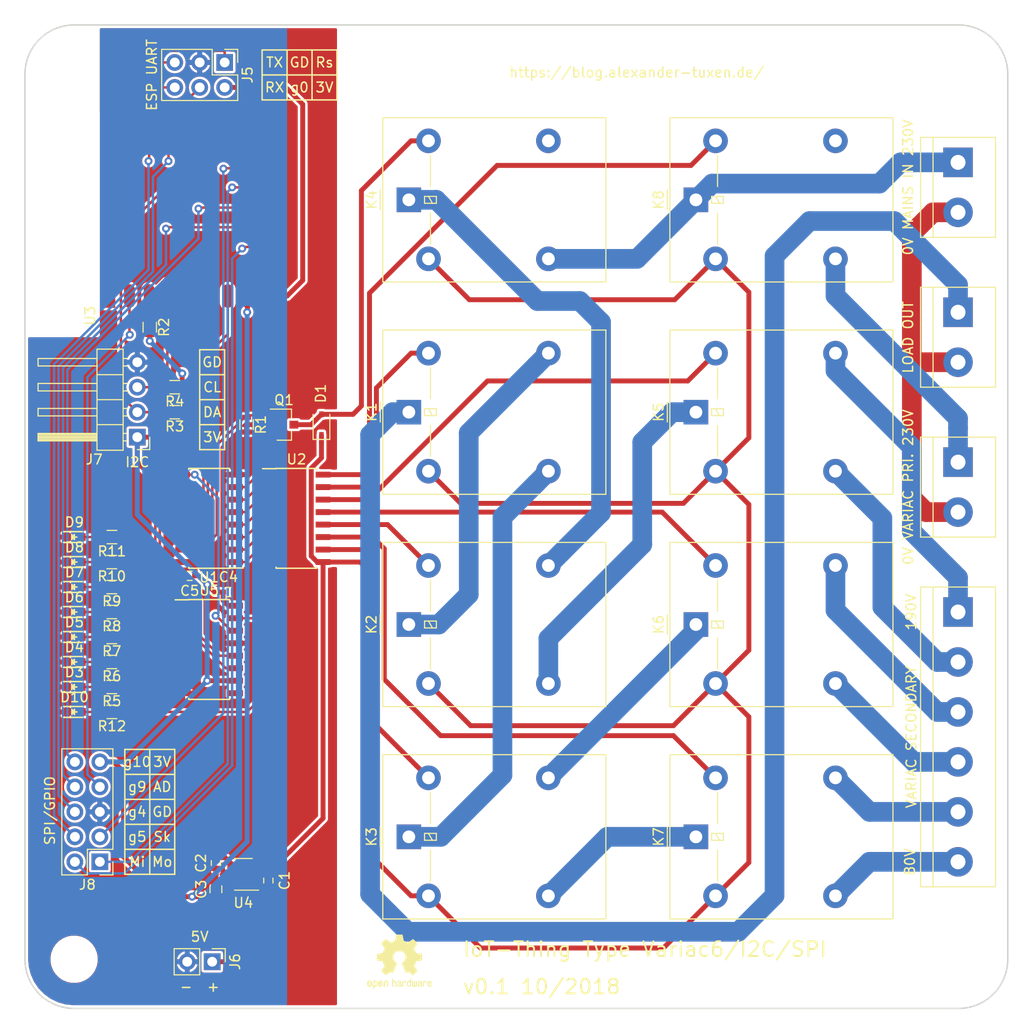
<source format=kicad_pcb>
(kicad_pcb (version 20171130) (host pcbnew 6.0.0-rc1-unknown-7b10490~66~ubuntu16.04.1)
  (layers (0 F.Cu signal) (31 B.Cu signal) (34 B.Paste user) (35 F.Paste user) (36 B.SilkS user) (37 F.SilkS user) (38 B.Mask user) (39 F.Mask user) (44 Edge.Cuts user))
  (net 0 "")
  (net 1 GND)
  (net 2 +3V3)
  (net 3 "/Autotransformer Relays/K8_GND")
  (net 4 MAINS_NEUTRAL)
  (net 5 MAINS_230V)
  (net 6 MAINS_FAN_OUT)
  (net 7 "Net-(J3-Pad1)")
  (net 8 "Net-(J4-Pad6)")
  (net 9 "Net-(J4-Pad5)")
  (net 10 "Net-(J4-Pad4)")
  (net 11 "Net-(J4-Pad1)")
  (net 12 "Net-(J4-Pad3)")
  (net 13 "Net-(J4-Pad2)")
  (net 14 /ESP-12E/ESP_RXD)
  (net 15 /ESP-12E/ESP_TXD)
  (net 16 /ESP-12E/gpio0)
  (net 17 /ESP-12E/reset)
  (net 18 /ESP-12E/ESP_GPIO14)
  (net 19 /ESP-12E/ESP_GPIO2)
  (net 20 "/Autotransformer Relays/K8_TTL")
  (net 21 "Net-(R2-Pad1)")
  (net 22 "/Autotransformer Relays/K2_TTL")
  (net 23 "/Autotransformer Relays/K3_TTL")
  (net 24 "/Autotransformer Relays/K4_TTL")
  (net 25 "/Autotransformer Relays/K5_TTL")
  (net 26 "/Autotransformer Relays/K6_TTL")
  (net 27 "/Autotransformer Relays/K7_TTL")
  (net 28 "Net-(U1-Pad9)")
  (net 29 /ESP-12E/ESP_GPIO12)
  (net 30 /ESP-12E/ESP_GPIO13)
  (net 31 /ESP-12E/ESP_GPIO16)
  (net 32 "/Autotransformer Relays/K1_TTL")
  (net 33 "/Autotransformer Relays/K1_GND")
  (net 34 "/Autotransformer Relays/K2_GND")
  (net 35 "/Autotransformer Relays/K3_GND")
  (net 36 "/Autotransformer Relays/K4_GND")
  (net 37 "/Autotransformer Relays/K5_GND")
  (net 38 "/Autotransformer Relays/K6_GND")
  (net 39 "/Autotransformer Relays/K7_GND")
  (net 40 "Net-(U3-Pad9)")
  (net 41 /ESP-12E/ESP_GPIO9)
  (net 42 /ESP-12E/ESP_GPIO10)
  (net 43 /ESP-12E/ESP_GPIO4)
  (net 44 /ESP-12E/ESP_GPIO5)
  (net 45 "Net-(K1-Pad4)")
  (net 46 "Net-(K1-Pad3)")
  (net 47 "Net-(K2-Pad4)")
  (net 48 "Net-(K2-Pad3)")
  (net 49 "Net-(K3-Pad3)")
  (net 50 "Net-(K3-Pad4)")
  (net 51 "Net-(K4-Pad4)")
  (net 52 "Net-(K8-Pad4)")
  (net 53 "Net-(R12-Pad1)")
  (net 54 "Net-(U5-Pad9)")
  (net 55 "Net-(R5-Pad1)")
  (net 56 "Net-(R6-Pad1)")
  (net 57 "Net-(R7-Pad1)")
  (net 58 "Net-(R8-Pad1)")
  (net 59 "Net-(R9-Pad1)")
  (net 60 "Net-(R10-Pad1)")
  (net 61 "Net-(R11-Pad1)")
  (net 62 "Net-(D3-Pad2)")
  (net 63 "Net-(D4-Pad2)")
  (net 64 "Net-(D5-Pad2)")
  (net 65 "Net-(D6-Pad2)")
  (net 66 "Net-(D7-Pad2)")
  (net 67 "Net-(D8-Pad2)")
  (net 68 "Net-(D9-Pad2)")
  (net 69 "Net-(D10-Pad2)")
  (net 70 +5V)
  (net 71 "Net-(C2-Pad1)")
  (net 72 /I/O/ADC)
  (net 73 /ESP-12E/SCLK)
  (net 74 /ESP-12E/MISO)
  (net 75 /ESP-12E/MOSI)
  (module Relays_THT:Relay_SPDT_OMRON-G5LE-1 (layer F.Cu) (at 68.27 82.55 90)
    (fp_text reference K7 (at 0 -3.8 90) (layer F.SilkS))
    (fp_text value G5LE-1)
    (pad 1 thru_hole rect (at 0 0 90) (size 2.5 2.5) (drill 1.3) (layers *.Cu *.Mask) (net 49 "Net-(K3-Pad3)"))
    (pad 2 thru_hole oval (at -6 2 90) (size 2.5 2.5) (drill 1.3) (layers *.Cu *.Mask) (net 70 +5V))
    (pad 3 thru_hole oval (at -6 14.2 90) (size 2.5 2.5) (drill 1.3) (layers *.Cu *.Mask) (net 8 "Net-(J4-Pad6)"))
    (pad 4 thru_hole oval (at 6 14.2 90) (size 2.5 2.5) (drill 1.3) (layers *.Cu *.Mask) (net 9 "Net-(J4-Pad5)"))
    (pad 5 thru_hole oval (at 6 2 90) (size 2.5 2.5) (drill 1.3) (layers *.Cu *.Mask) (net 39 "/Autotransformer Relays/K7_GND"))
  )
  (module Relays_THT:Relay_SPDT_OMRON-G5LE-1 (layer F.Cu) (at 68.27 60.96 90)
    (fp_text reference K6 (at 0 -3.8 90) (layer F.SilkS))
    (fp_text value G5LE-1)
    (pad 1 thru_hole rect (at 0 0 90) (size 2.5 2.5) (drill 1.3) (layers *.Cu *.Mask) (net 50 "Net-(K3-Pad4)"))
    (pad 2 thru_hole oval (at -6 2 90) (size 2.5 2.5) (drill 1.3) (layers *.Cu *.Mask) (net 70 +5V))
    (pad 3 thru_hole oval (at -6 14.2 90) (size 2.5 2.5) (drill 1.3) (layers *.Cu *.Mask) (net 10 "Net-(J4-Pad4)"))
    (pad 4 thru_hole oval (at 6 14.2 90) (size 2.5 2.5) (drill 1.3) (layers *.Cu *.Mask) (net 12 "Net-(J4-Pad3)"))
    (pad 5 thru_hole oval (at 6 2 90) (size 2.5 2.5) (drill 1.3) (layers *.Cu *.Mask) (net 38 "/Autotransformer Relays/K6_GND"))
  )
  (module Connectors_Terminal_Blocks:TerminalBlock_bornier-6_P5.08mm (layer F.Cu) (at 94.94 59.69 270)
    (fp_text reference J4)
    (fp_text value "VARIAC SECONDARY" (at 12.7 4.75 270) (layer F.SilkS))
    (pad 6 thru_hole circle (at 25.4 0 270) (size 3 3) (drill 1.52) (layers *.Cu *.Mask) (net 8 "Net-(J4-Pad6)"))
    (pad 5 thru_hole circle (at 20.32 0 270) (size 3 3) (drill 1.52) (layers *.Cu *.Mask) (net 9 "Net-(J4-Pad5)"))
    (pad 4 thru_hole circle (at 15.24 0 270) (size 3 3) (drill 1.52) (layers *.Cu *.Mask) (net 10 "Net-(J4-Pad4)"))
    (pad 1 thru_hole rect (at 0 0 270) (size 3 3) (drill 1.52) (layers *.Cu *.Mask) (net 11 "Net-(J4-Pad1)"))
    (pad 3 thru_hole circle (at 10.16 0 270) (size 3 3) (drill 1.52) (layers *.Cu *.Mask) (net 12 "Net-(J4-Pad3)"))
    (pad 2 thru_hole circle (at 5.08 0 270) (size 3 3) (drill 1.52) (layers *.Cu *.Mask) (net 13 "Net-(J4-Pad2)"))
  )
  (module Connectors_Terminal_Blocks:TerminalBlock_bornier-2_P5.08mm (layer F.Cu) (at 94.94 44.45 270)
    (fp_text reference J3)
    (fp_text value "0V VARIAC PRI. 230V" (at 2.54 5.08 270) (layer F.SilkS))
    (pad 2 thru_hole circle (at 5.08 0 270) (size 3 3) (drill 1.52) (layers *.Cu *.Mask) (net 4 MAINS_NEUTRAL))
    (pad 1 thru_hole rect (at 0 0 270) (size 3 3) (drill 1.52) (layers *.Cu *.Mask) (net 7 "Net-(J3-Pad1)"))
  )
  (module Mounting_Holes:MountingHole_4.3mm_M4 (layer F.Cu) (at 95 95)
    (fp_text reference MH4 hide)
    (fp_text value MountingHole)
    (pad 1 np_thru_hole circle (at 0 0) (size 4.3 4.3) (drill 4.3) (layers *.Cu *.Mask))
  )
  (module Relays_THT:Relay_SPDT_OMRON-G5LE-1 (layer F.Cu) (at 68.27 17.78 90)
    (fp_text reference K8 (at 0 -3.8 90) (layer F.SilkS))
    (fp_text value G5LE-1)
    (pad 5 thru_hole oval (at 6 2 90) (size 2.5 2.5) (drill 1.3) (layers *.Cu *.Mask) (net 3 "/Autotransformer Relays/K8_GND"))
    (pad 4 thru_hole oval (at 6 14.2 90) (size 2.5 2.5) (drill 1.3) (layers *.Cu *.Mask) (net 52 "Net-(K8-Pad4)"))
    (pad 3 thru_hole oval (at -6 14.2 90) (size 2.5 2.5) (drill 1.3) (layers *.Cu *.Mask) (net 7 "Net-(J3-Pad1)"))
    (pad 2 thru_hole oval (at -6 2 90) (size 2.5 2.5) (drill 1.3) (layers *.Cu *.Mask) (net 70 +5V))
    (pad 1 thru_hole rect (at 0 0 90) (size 2.5 2.5) (drill 1.3) (layers *.Cu *.Mask) (net 5 MAINS_230V))
  )
  (module Connectors_Terminal_Blocks:TerminalBlock_bornier-2_P5.08mm (layer F.Cu) (at 94.94 13.97 270)
    (fp_text reference J1)
    (fp_text value "0V MAINS IN 230V" (at 2.54 5.08 270) (layer F.SilkS))
    (pad 2 thru_hole circle (at 5.08 0 270) (size 3 3) (drill 1.52) (layers *.Cu *.Mask) (net 4 MAINS_NEUTRAL))
    (pad 1 thru_hole rect (at 0 0 270) (size 3 3) (drill 1.52) (layers *.Cu *.Mask) (net 5 MAINS_230V))
  )
  (module Relays_THT:Relay_SPDT_OMRON-G5LE-1 (layer F.Cu) (at 68.27 39.37 90)
    (fp_text reference K5 (at 0 -3.8 90) (layer F.SilkS))
    (fp_text value G5LE-1)
    (pad 5 thru_hole oval (at 6 2 90) (size 2.5 2.5) (drill 1.3) (layers *.Cu *.Mask) (net 37 "/Autotransformer Relays/K5_GND"))
    (pad 4 thru_hole oval (at 6 14.2 90) (size 2.5 2.5) (drill 1.3) (layers *.Cu *.Mask) (net 11 "Net-(J4-Pad1)"))
    (pad 3 thru_hole oval (at -6 14.2 90) (size 2.5 2.5) (drill 1.3) (layers *.Cu *.Mask) (net 13 "Net-(J4-Pad2)"))
    (pad 2 thru_hole oval (at -6 2 90) (size 2.5 2.5) (drill 1.3) (layers *.Cu *.Mask) (net 70 +5V))
    (pad 1 thru_hole rect (at 0 0 90) (size 2.5 2.5) (drill 1.3) (layers *.Cu *.Mask) (net 48 "Net-(K2-Pad3)"))
  )
  (module Connectors_Terminal_Blocks:TerminalBlock_bornier-2_P5.08mm (layer F.Cu) (at 94.94 29.21 270)
    (fp_text reference J2)
    (fp_text value "LOAD OUT" (at 2.54 5.08 270) (layer F.SilkS))
    (pad 1 thru_hole rect (at 0 0 270) (size 3 3) (drill 1.52) (layers *.Cu *.Mask) (net 6 MAINS_FAN_OUT))
    (pad 2 thru_hole circle (at 5.08 0 270) (size 3 3) (drill 1.52) (layers *.Cu *.Mask) (net 4 MAINS_NEUTRAL))
  )
  (module Diodes_SMD:D_SOD-323 (layer F.Cu) (at 30.17 40.64 90)
    (fp_text reference D1 (at 3.175 -0.071 90) (layer F.SilkS))
    (fp_text value 1N4148)
    (pad 2 smd rect (at 1.05 0 90) (size 0.6 0.45) (layers F.Cu F.Paste F.Mask) (net 36 "/Autotransformer Relays/K4_GND"))
    (pad 1 smd rect (at -1.05 0 90) (size 0.6 0.45) (layers F.Cu F.Paste F.Mask) (net 70 +5V))
  )
  (module alis_parts:Pin_Header_Straight_2x03_Pitch2.54mm (layer F.Cu) (at 20.32 3.81 270)
    (fp_text reference J5 (at 1.27 -2.33 270) (layer F.SilkS))
    (fp_text value "ESP UART" (at 1.27 7.41 270) (layer F.SilkS))
    (pad 6 thru_hole oval (at 2.54 5.08 270) (size 1.7 1.7) (drill 1) (layers *.Cu *.Mask) (net 14 /ESP-12E/ESP_RXD))
    (pad 5 thru_hole oval (at 0 5.08 270) (size 1.7 1.7) (drill 1) (layers *.Cu *.Mask) (net 15 /ESP-12E/ESP_TXD))
    (pad 4 thru_hole oval (at 2.54 2.54 270) (size 1.7 1.7) (drill 1) (layers *.Cu *.Mask) (net 16 /ESP-12E/gpio0))
    (pad 3 thru_hole oval (at 0 2.54 270) (size 1.7 1.7) (drill 1) (layers *.Cu *.Mask) (net 1 GND))
    (pad 2 thru_hole oval (at 2.54 0 270) (size 1.7 1.7) (drill 1) (layers *.Cu *.Mask) (net 2 +3V3))
    (pad 1 thru_hole rect (at 0 0 270) (size 1.7 1.7) (drill 1) (layers *.Cu *.Mask) (net 17 /ESP-12E/reset))
  )
  (module Pin_Headers:Pin_Header_Angled_1x04_Pitch2.54mm (layer F.Cu) (at 11.43 41.91 180)
    (fp_text reference J7 (at 4.385 -2.27 180) (layer F.SilkS))
    (fp_text value Conn_01x04)
    (pad 4 thru_hole oval (at 0 7.62 180) (size 1.7 1.7) (drill 1) (layers *.Cu *.Mask) (net 1 GND))
    (pad 3 thru_hole oval (at 0 5.08 180) (size 1.7 1.7) (drill 1) (layers *.Cu *.Mask) (net 18 /ESP-12E/ESP_GPIO14))
    (pad 2 thru_hole oval (at 0 2.54 180) (size 1.7 1.7) (drill 1) (layers *.Cu *.Mask) (net 19 /ESP-12E/ESP_GPIO2))
    (pad 1 thru_hole rect (at 0 0 180) (size 1.7 1.7) (drill 1) (layers *.Cu *.Mask) (net 2 +3V3))
  )
  (module TO_SOT_Packages_SMD:SOT-23 (layer F.Cu) (at 26.36 40.64)
    (fp_text reference Q1 (at 0 -2.5) (layer F.SilkS))
    (fp_text value IRLML6244)
    (pad 3 smd rect (at 1 0) (size 0.9 0.8) (layers F.Cu F.Paste F.Mask) (net 36 "/Autotransformer Relays/K4_GND"))
    (pad 2 smd rect (at -1 0.95) (size 0.9 0.8) (layers F.Cu F.Paste F.Mask) (net 1 GND))
    (pad 1 smd rect (at -1 -0.95) (size 0.9 0.8) (layers F.Cu F.Paste F.Mask) (net 24 "/Autotransformer Relays/K4_TTL"))
  )
  (module alis_parts:R_0603 (layer F.Cu) (at 22.55 40.64 270)
    (fp_text reference R1 (at 0 -1.45 270) (layer F.SilkS))
    (fp_text value 10k)
    (pad 2 smd rect (at 0.75 0 270) (size 0.5 0.9) (layers F.Cu F.Paste F.Mask) (net 1 GND))
    (pad 1 smd rect (at -0.75 0 270) (size 0.5 0.9) (layers F.Cu F.Paste F.Mask) (net 24 "/Autotransformer Relays/K4_TTL"))
  )
  (module alis_parts:R_0603 (layer F.Cu) (at 12.7 30.734 270)
    (fp_text reference R2 (at 0 -1.45 270) (layer F.SilkS))
    (fp_text value 10k)
    (pad 1 smd rect (at -0.75 0 270) (size 0.5 0.9) (layers F.Cu F.Paste F.Mask) (net 21 "Net-(R2-Pad1)"))
    (pad 2 smd rect (at 0.75 0 270) (size 0.5 0.9) (layers F.Cu F.Paste F.Mask) (net 2 +3V3))
  )
  (module alis_parts:R_0603 (layer F.Cu) (at 15.24 39.37 180)
    (fp_text reference R3 (at 0 -1.45 180) (layer F.SilkS))
    (fp_text value 2k2)
    (pad 2 smd rect (at 0.75 0 180) (size 0.5 0.9) (layers F.Cu F.Paste F.Mask) (net 19 /ESP-12E/ESP_GPIO2))
    (pad 1 smd rect (at -0.75 0 180) (size 0.5 0.9) (layers F.Cu F.Paste F.Mask) (net 2 +3V3))
  )
  (module alis_parts:R_0603 (layer F.Cu) (at 15.24 36.83 180)
    (fp_text reference R4 (at 0 -1.45 180) (layer F.SilkS))
    (fp_text value 2k2)
    (pad 1 smd rect (at -0.75 0 180) (size 0.5 0.9) (layers F.Cu F.Paste F.Mask) (net 2 +3V3))
    (pad 2 smd rect (at 0.75 0 180) (size 0.5 0.9) (layers F.Cu F.Paste F.Mask) (net 18 /ESP-12E/ESP_GPIO14))
  )
  (module Housings_SOIC:SOIC-16_3.9x9.9mm_Pitch1.27mm (layer F.Cu) (at 18.74 50.165 180)
    (fp_text reference U1 (at 0 -6 180) (layer F.SilkS))
    (fp_text value 74HC595)
    (pad 16 smd rect (at 2.7 -4.445 180) (size 1.5 0.6) (layers F.Cu F.Paste F.Mask) (net 2 +3V3))
    (pad 15 smd rect (at 2.7 -3.175 180) (size 1.5 0.6) (layers F.Cu F.Paste F.Mask) (net 24 "/Autotransformer Relays/K4_TTL"))
    (pad 14 smd rect (at 2.7 -1.905 180) (size 1.5 0.6) (layers F.Cu F.Paste F.Mask) (net 30 /ESP-12E/ESP_GPIO13))
    (pad 13 smd rect (at 2.7 -0.635 180) (size 1.5 0.6) (layers F.Cu F.Paste F.Mask) (net 1 GND))
    (pad 12 smd rect (at 2.7 0.635 180) (size 1.5 0.6) (layers F.Cu F.Paste F.Mask) (net 29 /ESP-12E/ESP_GPIO12))
    (pad 11 smd rect (at 2.7 1.905 180) (size 1.5 0.6) (layers F.Cu F.Paste F.Mask) (net 31 /ESP-12E/ESP_GPIO16))
    (pad 10 smd rect (at 2.7 3.175 180) (size 1.5 0.6) (layers F.Cu F.Paste F.Mask) (net 2 +3V3))
    (pad 9 smd rect (at 2.7 4.445 180) (size 1.5 0.6) (layers F.Cu F.Paste F.Mask) (net 28 "Net-(U1-Pad9)"))
    (pad 8 smd rect (at -2.7 4.445 180) (size 1.5 0.6) (layers F.Cu F.Paste F.Mask) (net 1 GND))
    (pad 7 smd rect (at -2.7 3.175 180) (size 1.5 0.6) (layers F.Cu F.Paste F.Mask) (net 20 "/Autotransformer Relays/K8_TTL"))
    (pad 6 smd rect (at -2.7 1.905 180) (size 1.5 0.6) (layers F.Cu F.Paste F.Mask) (net 32 "/Autotransformer Relays/K1_TTL"))
    (pad 5 smd rect (at -2.7 0.635 180) (size 1.5 0.6) (layers F.Cu F.Paste F.Mask) (net 25 "/Autotransformer Relays/K5_TTL"))
    (pad 4 smd rect (at -2.7 -0.635 180) (size 1.5 0.6) (layers F.Cu F.Paste F.Mask) (net 26 "/Autotransformer Relays/K6_TTL"))
    (pad 3 smd rect (at -2.7 -1.905 180) (size 1.5 0.6) (layers F.Cu F.Paste F.Mask) (net 22 "/Autotransformer Relays/K2_TTL"))
    (pad 2 smd rect (at -2.7 -3.175 180) (size 1.5 0.6) (layers F.Cu F.Paste F.Mask) (net 27 "/Autotransformer Relays/K7_TTL"))
    (pad 1 smd rect (at -2.7 -4.445 180) (size 1.5 0.6) (layers F.Cu F.Paste F.Mask) (net 23 "/Autotransformer Relays/K3_TTL"))
  )
  (module Housings_SOIC:SOIC-16_3.9x9.9mm_Pitch1.27mm (layer F.Cu) (at 27.63 50.165)
    (fp_text reference U2 (at 0 -6) (layer F.SilkS))
    (fp_text value ULN2003)
    (pad 1 smd rect (at -2.7 -4.445) (size 1.5 0.6) (layers F.Cu F.Paste F.Mask) (net 20 "/Autotransformer Relays/K8_TTL"))
    (pad 2 smd rect (at -2.7 -3.175) (size 1.5 0.6) (layers F.Cu F.Paste F.Mask) (net 32 "/Autotransformer Relays/K1_TTL"))
    (pad 3 smd rect (at -2.7 -1.905) (size 1.5 0.6) (layers F.Cu F.Paste F.Mask) (net 25 "/Autotransformer Relays/K5_TTL"))
    (pad 4 smd rect (at -2.7 -0.635) (size 1.5 0.6) (layers F.Cu F.Paste F.Mask) (net 26 "/Autotransformer Relays/K6_TTL"))
    (pad 5 smd rect (at -2.7 0.635) (size 1.5 0.6) (layers F.Cu F.Paste F.Mask) (net 22 "/Autotransformer Relays/K2_TTL"))
    (pad 6 smd rect (at -2.7 1.905) (size 1.5 0.6) (layers F.Cu F.Paste F.Mask) (net 27 "/Autotransformer Relays/K7_TTL"))
    (pad 7 smd rect (at -2.7 3.175) (size 1.5 0.6) (layers F.Cu F.Paste F.Mask) (net 23 "/Autotransformer Relays/K3_TTL"))
    (pad 8 smd rect (at -2.7 4.445) (size 1.5 0.6) (layers F.Cu F.Paste F.Mask) (net 1 GND))
    (pad 9 smd rect (at 2.7 4.445) (size 1.5 0.6) (layers F.Cu F.Paste F.Mask) (net 70 +5V))
    (pad 10 smd rect (at 2.7 3.175) (size 1.5 0.6) (layers F.Cu F.Paste F.Mask) (net 35 "/Autotransformer Relays/K3_GND"))
    (pad 11 smd rect (at 2.7 1.905) (size 1.5 0.6) (layers F.Cu F.Paste F.Mask) (net 39 "/Autotransformer Relays/K7_GND"))
    (pad 12 smd rect (at 2.7 0.635) (size 1.5 0.6) (layers F.Cu F.Paste F.Mask) (net 34 "/Autotransformer Relays/K2_GND"))
    (pad 13 smd rect (at 2.7 -0.635) (size 1.5 0.6) (layers F.Cu F.Paste F.Mask) (net 38 "/Autotransformer Relays/K6_GND"))
    (pad 14 smd rect (at 2.7 -1.905) (size 1.5 0.6) (layers F.Cu F.Paste F.Mask) (net 37 "/Autotransformer Relays/K5_GND"))
    (pad 15 smd rect (at 2.7 -3.175) (size 1.5 0.6) (layers F.Cu F.Paste F.Mask) (net 33 "/Autotransformer Relays/K1_GND"))
    (pad 16 smd rect (at 2.7 -4.445) (size 1.5 0.6) (layers F.Cu F.Paste F.Mask) (net 3 "/Autotransformer Relays/K8_GND"))
  )
  (module alis_parts:ESP-12E (layer F.Cu) (at 8.636 27.559 90)
    (fp_text reference U3 (at -2 -2 90) (layer F.SilkS))
    (fp_text value ESP-12E)
    (pad 9 smd oval (at 2.99 15.75 180) (size 2.4 1.1) (layers F.Cu F.Paste F.Mask) (net 40 "Net-(U3-Pad9)"))
    (pad 10 smd oval (at 4.99 15.75 180) (size 2.4 1.1) (layers F.Cu F.Paste F.Mask) (net 74 /ESP-12E/MISO))
    (pad 11 smd oval (at 6.99 15.75 180) (size 2.4 1.1) (layers F.Cu F.Paste F.Mask) (net 41 /ESP-12E/ESP_GPIO9))
    (pad 12 smd oval (at 8.99 15.75 180) (size 2.4 1.1) (layers F.Cu F.Paste F.Mask) (net 42 /ESP-12E/ESP_GPIO10))
    (pad 13 smd oval (at 10.99 15.75 180) (size 2.4 1.1) (layers F.Cu F.Paste F.Mask) (net 75 /ESP-12E/MOSI))
    (pad 14 smd oval (at 12.99 15.75 180) (size 2.4 1.1) (layers F.Cu F.Paste F.Mask) (net 73 /ESP-12E/SCLK))
    (pad 1 smd rect (at 0 0 90) (size 2.4 1.1) (layers F.Cu F.Paste F.Mask) (net 17 /ESP-12E/reset))
    (pad 2 smd oval (at 0 2 90) (size 2.4 1.1) (layers F.Cu F.Paste F.Mask) (net 72 /I/O/ADC))
    (pad 3 smd oval (at 0 4 90) (size 2.4 1.1) (layers F.Cu F.Paste F.Mask) (net 21 "Net-(R2-Pad1)"))
    (pad 4 smd oval (at 0 6 90) (size 2.4 1.1) (layers F.Cu F.Paste F.Mask) (net 31 /ESP-12E/ESP_GPIO16))
    (pad 5 smd oval (at 0 8 90) (size 2.4 1.1) (layers F.Cu F.Paste F.Mask) (net 18 /ESP-12E/ESP_GPIO14))
    (pad 6 smd oval (at 0 10 90) (size 2.4 1.1) (layers F.Cu F.Paste F.Mask) (net 29 /ESP-12E/ESP_GPIO12))
    (pad 7 smd oval (at 0 12 90) (size 2.4 1.1) (layers F.Cu F.Paste F.Mask) (net 30 /ESP-12E/ESP_GPIO13))
    (pad 8 smd oval (at 0 14 90) (size 2.4 1.1) (layers F.Cu F.Paste F.Mask) (net 2 +3V3))
    (pad 15 smd oval (at 16 14 90) (size 2.4 1.1) (layers F.Cu F.Paste F.Mask) (net 1 GND))
    (pad 16 smd oval (at 16 12 90) (size 2.4 1.1) (layers F.Cu F.Paste F.Mask) (net 1 GND))
    (pad 17 smd oval (at 16 10 90) (size 2.4 1.1) (layers F.Cu F.Paste F.Mask) (net 19 /ESP-12E/ESP_GPIO2))
    (pad 18 smd oval (at 16 8 90) (size 2.4 1.1) (layers F.Cu F.Paste F.Mask) (net 16 /ESP-12E/gpio0))
    (pad 19 smd oval (at 16 6 90) (size 2.4 1.1) (layers F.Cu F.Paste F.Mask) (net 43 /ESP-12E/ESP_GPIO4))
    (pad 20 smd oval (at 16 4 90) (size 2.4 1.1) (layers F.Cu F.Paste F.Mask) (net 44 /ESP-12E/ESP_GPIO5))
    (pad 21 smd oval (at 16 2 90) (size 2.4 1.1) (layers F.Cu F.Paste F.Mask) (net 14 /ESP-12E/ESP_RXD))
    (pad 22 smd oval (at 16 0 90) (size 2.4 1.1) (layers F.Cu F.Paste F.Mask) (net 15 /ESP-12E/ESP_TXD))
  )
  (module Relays_THT:Relay_SPDT_OMRON-G5LE-1 (layer F.Cu) (at 39.06 39.37 90)
    (fp_text reference K1 (at 0 -3.8 90) (layer F.SilkS))
    (fp_text value G5LE-1)
    (pad 5 thru_hole oval (at 6 2 90) (size 2.5 2.5) (drill 1.3) (layers *.Cu *.Mask) (net 33 "/Autotransformer Relays/K1_GND"))
    (pad 4 thru_hole oval (at 6 14.2 90) (size 2.5 2.5) (drill 1.3) (layers *.Cu *.Mask) (net 45 "Net-(K1-Pad4)"))
    (pad 3 thru_hole oval (at -6 14.2 90) (size 2.5 2.5) (drill 1.3) (layers *.Cu *.Mask) (net 46 "Net-(K1-Pad3)"))
    (pad 2 thru_hole oval (at -6 2 90) (size 2.5 2.5) (drill 1.3) (layers *.Cu *.Mask) (net 70 +5V))
    (pad 1 thru_hole rect (at 0 0 90) (size 2.5 2.5) (drill 1.3) (layers *.Cu *.Mask) (net 6 MAINS_FAN_OUT))
  )
  (module Relays_THT:Relay_SPDT_OMRON-G5LE-1 (layer F.Cu) (at 39.06 60.96 90)
    (fp_text reference K2 (at 0 -3.8 90) (layer F.SilkS))
    (fp_text value G5LE-1)
    (pad 5 thru_hole oval (at 6 2 90) (size 2.5 2.5) (drill 1.3) (layers *.Cu *.Mask) (net 34 "/Autotransformer Relays/K2_GND"))
    (pad 4 thru_hole oval (at 6 14.2 90) (size 2.5 2.5) (drill 1.3) (layers *.Cu *.Mask) (net 47 "Net-(K2-Pad4)"))
    (pad 3 thru_hole oval (at -6 14.2 90) (size 2.5 2.5) (drill 1.3) (layers *.Cu *.Mask) (net 48 "Net-(K2-Pad3)"))
    (pad 2 thru_hole oval (at -6 2 90) (size 2.5 2.5) (drill 1.3) (layers *.Cu *.Mask) (net 70 +5V))
    (pad 1 thru_hole rect (at 0 0 90) (size 2.5 2.5) (drill 1.3) (layers *.Cu *.Mask) (net 45 "Net-(K1-Pad4)"))
  )
  (module Relays_THT:Relay_SPDT_OMRON-G5LE-1 (layer F.Cu) (at 39.06 82.55 90)
    (fp_text reference K3 (at 0 -3.8 90) (layer F.SilkS))
    (fp_text value G5LE-1)
    (pad 1 thru_hole rect (at 0 0 90) (size 2.5 2.5) (drill 1.3) (layers *.Cu *.Mask) (net 46 "Net-(K1-Pad3)"))
    (pad 2 thru_hole oval (at -6 2 90) (size 2.5 2.5) (drill 1.3) (layers *.Cu *.Mask) (net 70 +5V))
    (pad 3 thru_hole oval (at -6 14.2 90) (size 2.5 2.5) (drill 1.3) (layers *.Cu *.Mask) (net 49 "Net-(K3-Pad3)"))
    (pad 4 thru_hole oval (at 6 14.2 90) (size 2.5 2.5) (drill 1.3) (layers *.Cu *.Mask) (net 50 "Net-(K3-Pad4)"))
    (pad 5 thru_hole oval (at 6 2 90) (size 2.5 2.5) (drill 1.3) (layers *.Cu *.Mask) (net 35 "/Autotransformer Relays/K3_GND"))
  )
  (module Relays_THT:Relay_SPDT_OMRON-G5LE-1 (layer F.Cu) (at 39.06 17.78 90)
    (fp_text reference K4 (at 0 -3.8 90) (layer F.SilkS))
    (fp_text value G5LE-1)
    (pad 1 thru_hole rect (at 0 0 90) (size 2.5 2.5) (drill 1.3) (layers *.Cu *.Mask) (net 47 "Net-(K2-Pad4)"))
    (pad 2 thru_hole oval (at -6 2 90) (size 2.5 2.5) (drill 1.3) (layers *.Cu *.Mask) (net 70 +5V))
    (pad 3 thru_hole oval (at -6 14.2 90) (size 2.5 2.5) (drill 1.3) (layers *.Cu *.Mask) (net 5 MAINS_230V))
    (pad 4 thru_hole oval (at 6 14.2 90) (size 2.5 2.5) (drill 1.3) (layers *.Cu *.Mask) (net 51 "Net-(K4-Pad4)"))
    (pad 5 thru_hole oval (at 6 2 90) (size 2.5 2.5) (drill 1.3) (layers *.Cu *.Mask) (net 36 "/Autotransformer Relays/K4_GND"))
  )
  (module Mounting_Holes:MountingHole_4.3mm_M4 (layer F.Cu) (at 5 5)
    (fp_text reference MH1 hide)
    (fp_text value MountingHole)
    (pad 1 np_thru_hole circle (at 0 0) (size 4.3 4.3) (drill 4.3) (layers *.Cu *.Mask))
  )
  (module Mounting_Holes:MountingHole_4.3mm_M4 (layer F.Cu) (at 5 95)
    (fp_text reference MH2 hide)
    (fp_text value MountingHole)
    (pad 1 np_thru_hole circle (at 0 0) (size 4.3 4.3) (drill 4.3) (layers *.Cu *.Mask))
  )
  (module Mounting_Holes:MountingHole_4.3mm_M4 (layer F.Cu) (at 95 5)
    (fp_text reference MH3 hide)
    (fp_text value MountingHole)
    (pad 1 np_thru_hole circle (at 0 0) (size 4.3 4.3) (drill 4.3) (layers *.Cu *.Mask))
  )
  (module Housings_SOIC:SOIC-16_3.9x9.9mm_Pitch1.27mm (layer F.Cu) (at 18.74 63.5)
    (fp_text reference U5 (at 0 -6) (layer F.SilkS))
    (fp_text value 74HC595)
    (pad 16 smd rect (at 2.7 -4.445) (size 1.5 0.6) (layers F.Cu F.Paste F.Mask) (net 2 +3V3))
    (pad 15 smd rect (at 2.7 -3.175) (size 1.5 0.6) (layers F.Cu F.Paste F.Mask) (net 53 "Net-(R12-Pad1)"))
    (pad 14 smd rect (at 2.7 -1.905) (size 1.5 0.6) (layers F.Cu F.Paste F.Mask) (net 28 "Net-(U1-Pad9)"))
    (pad 13 smd rect (at 2.7 -0.635) (size 1.5 0.6) (layers F.Cu F.Paste F.Mask) (net 1 GND))
    (pad 12 smd rect (at 2.7 0.635) (size 1.5 0.6) (layers F.Cu F.Paste F.Mask) (net 29 /ESP-12E/ESP_GPIO12))
    (pad 11 smd rect (at 2.7 1.905) (size 1.5 0.6) (layers F.Cu F.Paste F.Mask) (net 31 /ESP-12E/ESP_GPIO16))
    (pad 10 smd rect (at 2.7 3.175) (size 1.5 0.6) (layers F.Cu F.Paste F.Mask) (net 2 +3V3))
    (pad 9 smd rect (at 2.7 4.445) (size 1.5 0.6) (layers F.Cu F.Paste F.Mask) (net 54 "Net-(U5-Pad9)"))
    (pad 8 smd rect (at -2.7 4.445) (size 1.5 0.6) (layers F.Cu F.Paste F.Mask) (net 1 GND))
    (pad 7 smd rect (at -2.7 3.175) (size 1.5 0.6) (layers F.Cu F.Paste F.Mask) (net 55 "Net-(R5-Pad1)"))
    (pad 6 smd rect (at -2.7 1.905) (size 1.5 0.6) (layers F.Cu F.Paste F.Mask) (net 56 "Net-(R6-Pad1)"))
    (pad 5 smd rect (at -2.7 0.635) (size 1.5 0.6) (layers F.Cu F.Paste F.Mask) (net 57 "Net-(R7-Pad1)"))
    (pad 4 smd rect (at -2.7 -0.635) (size 1.5 0.6) (layers F.Cu F.Paste F.Mask) (net 58 "Net-(R8-Pad1)"))
    (pad 3 smd rect (at -2.7 -1.905) (size 1.5 0.6) (layers F.Cu F.Paste F.Mask) (net 59 "Net-(R9-Pad1)"))
    (pad 2 smd rect (at -2.7 -3.175) (size 1.5 0.6) (layers F.Cu F.Paste F.Mask) (net 60 "Net-(R10-Pad1)"))
    (pad 1 smd rect (at -2.7 -4.445) (size 1.5 0.6) (layers F.Cu F.Paste F.Mask) (net 61 "Net-(R11-Pad1)"))
  )
  (module alis_parts:LED-0603 (layer F.Cu) (at 5.024 67.31)
    (fp_text reference D3 (at 0 -1.5) (layer F.SilkS))
    (fp_text value LED)
    (pad 1 smd rect (at -0.7493 0 180) (size 0.79756 0.79756) (layers F.Cu F.Paste F.Mask) (net 1 GND))
    (pad 2 smd rect (at 0.7493 0 180) (size 0.79756 0.79756) (layers F.Cu F.Paste F.Mask) (net 62 "Net-(D3-Pad2)"))
  )
  (module alis_parts:LED-0603 (layer F.Cu) (at 5.024 64.77)
    (fp_text reference D4 (at 0 -1.5) (layer F.SilkS))
    (fp_text value LED)
    (pad 2 smd rect (at 0.7493 0 180) (size 0.79756 0.79756) (layers F.Cu F.Paste F.Mask) (net 63 "Net-(D4-Pad2)"))
    (pad 1 smd rect (at -0.7493 0 180) (size 0.79756 0.79756) (layers F.Cu F.Paste F.Mask) (net 1 GND))
  )
  (module alis_parts:LED-0603 (layer F.Cu) (at 5.024 62.23)
    (fp_text reference D5 (at 0 -1.5) (layer F.SilkS))
    (fp_text value LED)
    (pad 1 smd rect (at -0.7493 0 180) (size 0.79756 0.79756) (layers F.Cu F.Paste F.Mask) (net 1 GND))
    (pad 2 smd rect (at 0.7493 0 180) (size 0.79756 0.79756) (layers F.Cu F.Paste F.Mask) (net 64 "Net-(D5-Pad2)"))
  )
  (module alis_parts:LED-0603 (layer F.Cu) (at 5.024 59.69)
    (fp_text reference D6 (at 0 -1.5) (layer F.SilkS))
    (fp_text value LED)
    (pad 2 smd rect (at 0.7493 0 180) (size 0.79756 0.79756) (layers F.Cu F.Paste F.Mask) (net 65 "Net-(D6-Pad2)"))
    (pad 1 smd rect (at -0.7493 0 180) (size 0.79756 0.79756) (layers F.Cu F.Paste F.Mask) (net 1 GND))
  )
  (module alis_parts:LED-0603 (layer F.Cu) (at 5.0367 57.15)
    (fp_text reference D7 (at 0 -1.5) (layer F.SilkS))
    (fp_text value LED)
    (pad 2 smd rect (at 0.7493 0 180) (size 0.79756 0.79756) (layers F.Cu F.Paste F.Mask) (net 66 "Net-(D7-Pad2)"))
    (pad 1 smd rect (at -0.7493 0 180) (size 0.79756 0.79756) (layers F.Cu F.Paste F.Mask) (net 1 GND))
  )
  (module alis_parts:LED-0603 (layer F.Cu) (at 5.0367 54.61)
    (fp_text reference D8 (at 0 -1.5) (layer F.SilkS))
    (fp_text value LED)
    (pad 1 smd rect (at -0.7493 0 180) (size 0.79756 0.79756) (layers F.Cu F.Paste F.Mask) (net 1 GND))
    (pad 2 smd rect (at 0.7493 0 180) (size 0.79756 0.79756) (layers F.Cu F.Paste F.Mask) (net 67 "Net-(D8-Pad2)"))
  )
  (module alis_parts:LED-0603 (layer F.Cu) (at 5.024 52.07)
    (fp_text reference D9 (at 0 -1.5) (layer F.SilkS))
    (fp_text value LED)
    (pad 2 smd rect (at 0.7493 0 180) (size 0.79756 0.79756) (layers F.Cu F.Paste F.Mask) (net 68 "Net-(D9-Pad2)"))
    (pad 1 smd rect (at -0.7493 0 180) (size 0.79756 0.79756) (layers F.Cu F.Paste F.Mask) (net 1 GND))
  )
  (module alis_parts:LED-0603 (layer F.Cu) (at 5.0367 69.85)
    (fp_text reference D10 (at 0 -1.5) (layer F.SilkS))
    (fp_text value LED)
    (pad 1 smd rect (at -0.7493 0 180) (size 0.79756 0.79756) (layers F.Cu F.Paste F.Mask) (net 1 GND))
    (pad 2 smd rect (at 0.7493 0 180) (size 0.79756 0.79756) (layers F.Cu F.Paste F.Mask) (net 69 "Net-(D10-Pad2)"))
  )
  (module alis_parts:R_0603 (layer F.Cu) (at 8.834 67.31 180)
    (fp_text reference R5 (at 0 -1.45 180) (layer F.SilkS))
    (fp_text value 330R)
    (pad 2 smd rect (at 0.75 0 180) (size 0.5 0.9) (layers F.Cu F.Paste F.Mask) (net 62 "Net-(D3-Pad2)"))
    (pad 1 smd rect (at -0.75 0 180) (size 0.5 0.9) (layers F.Cu F.Paste F.Mask) (net 55 "Net-(R5-Pad1)"))
  )
  (module alis_parts:R_0603 (layer F.Cu) (at 8.834 64.77 180)
    (fp_text reference R6 (at 0 -1.45 180) (layer F.SilkS))
    (fp_text value 330R)
    (pad 1 smd rect (at -0.75 0 180) (size 0.5 0.9) (layers F.Cu F.Paste F.Mask) (net 56 "Net-(R6-Pad1)"))
    (pad 2 smd rect (at 0.75 0 180) (size 0.5 0.9) (layers F.Cu F.Paste F.Mask) (net 63 "Net-(D4-Pad2)"))
  )
  (module alis_parts:R_0603 (layer F.Cu) (at 8.834 62.23 180)
    (fp_text reference R7 (at 0 -1.45 180) (layer F.SilkS))
    (fp_text value 330R)
    (pad 2 smd rect (at 0.75 0 180) (size 0.5 0.9) (layers F.Cu F.Paste F.Mask) (net 64 "Net-(D5-Pad2)"))
    (pad 1 smd rect (at -0.75 0 180) (size 0.5 0.9) (layers F.Cu F.Paste F.Mask) (net 57 "Net-(R7-Pad1)"))
  )
  (module alis_parts:R_0603 (layer F.Cu) (at 8.834 59.69 180)
    (fp_text reference R8 (at 0 -1.45 180) (layer F.SilkS))
    (fp_text value 330R)
    (pad 1 smd rect (at -0.75 0 180) (size 0.5 0.9) (layers F.Cu F.Paste F.Mask) (net 58 "Net-(R8-Pad1)"))
    (pad 2 smd rect (at 0.75 0 180) (size 0.5 0.9) (layers F.Cu F.Paste F.Mask) (net 65 "Net-(D6-Pad2)"))
  )
  (module alis_parts:R_0603 (layer F.Cu) (at 8.834 57.15 180)
    (fp_text reference R9 (at 0 -1.45 180) (layer F.SilkS))
    (fp_text value 330R)
    (pad 2 smd rect (at 0.75 0 180) (size 0.5 0.9) (layers F.Cu F.Paste F.Mask) (net 66 "Net-(D7-Pad2)"))
    (pad 1 smd rect (at -0.75 0 180) (size 0.5 0.9) (layers F.Cu F.Paste F.Mask) (net 59 "Net-(R9-Pad1)"))
  )
  (module alis_parts:R_0603 (layer F.Cu) (at 8.834 54.61 180)
    (fp_text reference R10 (at 0 -1.45 180) (layer F.SilkS))
    (fp_text value 330R)
    (pad 1 smd rect (at -0.75 0 180) (size 0.5 0.9) (layers F.Cu F.Paste F.Mask) (net 60 "Net-(R10-Pad1)"))
    (pad 2 smd rect (at 0.75 0 180) (size 0.5 0.9) (layers F.Cu F.Paste F.Mask) (net 67 "Net-(D8-Pad2)"))
  )
  (module alis_parts:R_0603 (layer F.Cu) (at 8.846 52.07 180)
    (fp_text reference R11 (at 0 -1.45 180) (layer F.SilkS))
    (fp_text value 330R)
    (pad 1 smd rect (at -0.75 0 180) (size 0.5 0.9) (layers F.Cu F.Paste F.Mask) (net 61 "Net-(R11-Pad1)"))
    (pad 2 smd rect (at 0.75 0 180) (size 0.5 0.9) (layers F.Cu F.Paste F.Mask) (net 68 "Net-(D9-Pad2)"))
  )
  (module alis_parts:R_0603 (layer F.Cu) (at 8.846 69.85 180)
    (fp_text reference R12 (at 0 -1.45 180) (layer F.SilkS))
    (fp_text value 330R)
    (pad 2 smd rect (at 0.75 0 180) (size 0.5 0.9) (layers F.Cu F.Paste F.Mask) (net 69 "Net-(D10-Pad2)"))
    (pad 1 smd rect (at -0.75 0 180) (size 0.5 0.9) (layers F.Cu F.Paste F.Mask) (net 53 "Net-(R12-Pad1)"))
  )
  (module Capacitors_SMD:C_0603 (layer F.Cu) (at 19.431 87.884 90)
    (fp_text reference C3 (at 0 -1.5 90) (layer F.SilkS))
    (fp_text value 2.2u)
    (pad 1 smd rect (at -0.75 0 90) (size 0.8 0.75) (layers F.Cu F.Paste F.Mask) (net 2 +3V3))
    (pad 2 smd rect (at 0.75 0 90) (size 0.8 0.75) (layers F.Cu F.Paste F.Mask) (net 1 GND))
  )
  (module Capacitors_SMD:C_0402 (layer F.Cu) (at 24.765 86.995 90)
    (fp_text reference C1 (at 0 1.651 90) (layer F.SilkS))
    (fp_text value 1u)
    (pad 1 smd rect (at -0.55 0 90) (size 0.6 0.5) (layers F.Cu F.Paste F.Mask) (net 70 +5V))
    (pad 2 smd rect (at 0.55 0 90) (size 0.6 0.5) (layers F.Cu F.Paste F.Mask) (net 1 GND))
  )
  (module Capacitors_SMD:C_0402 (layer F.Cu) (at 19.431 85.217 270)
    (fp_text reference C2 (at 0 1.524 270) (layer F.SilkS))
    (fp_text value 10n)
    (pad 2 smd rect (at 0.55 0 270) (size 0.6 0.5) (layers F.Cu F.Paste F.Mask) (net 1 GND))
    (pad 1 smd rect (at -0.55 0 270) (size 0.6 0.5) (layers F.Cu F.Paste F.Mask) (net 71 "Net-(C2-Pad1)"))
  )
  (module TO_SOT_Packages_SMD:SOT-23-5 (layer F.Cu) (at 22.225 86.36 180)
    (fp_text reference U4 (at 0 -2.9 180) (layer F.SilkS))
    (fp_text value LP2985LV)
    (pad 5 smd rect (at 1.1 -0.95 180) (size 1.06 0.65) (layers F.Cu F.Paste F.Mask) (net 2 +3V3))
    (pad 4 smd rect (at 1.1 0.95 180) (size 1.06 0.65) (layers F.Cu F.Paste F.Mask) (net 71 "Net-(C2-Pad1)"))
    (pad 3 smd rect (at -1.1 0.95 180) (size 1.06 0.65) (layers F.Cu F.Paste F.Mask) (net 70 +5V))
    (pad 2 smd rect (at -1.1 0 180) (size 1.06 0.65) (layers F.Cu F.Paste F.Mask) (net 1 GND))
    (pad 1 smd rect (at -1.1 -0.95 180) (size 1.06 0.65) (layers F.Cu F.Paste F.Mask) (net 70 +5V))
  )
  (module alis_parts:Pin_Header_Straight_1x02_Pitch2.54mm (layer F.Cu) (at 19.05 95.25 270)
    (fp_text reference J6 (at 0 -2.33 270) (layer F.SilkS))
    (fp_text value Conn_01x02)
    (pad 1 thru_hole rect (at 0 0 270) (size 1.7 1.7) (drill 1) (layers *.Cu *.Mask) (net 70 +5V))
    (pad 2 thru_hole oval (at 0 2.54 270) (size 1.7 1.7) (drill 1) (layers *.Cu *.Mask) (net 1 GND))
  )
  (module Pin_Headers:Pin_Header_Straight_2x05_Pitch2.54mm (layer F.Cu) (at 7.62 85.09 180)
    (fp_text reference J8 (at 1.27 -2.33 180) (layer F.SilkS))
    (fp_text value Conn_02x05_Odd_Even)
    (pad 10 thru_hole oval (at 2.54 10.16 180) (size 1.7 1.7) (drill 1) (layers *.Cu *.Mask) (net 42 /ESP-12E/ESP_GPIO10))
    (pad 9 thru_hole oval (at 0 10.16 180) (size 1.7 1.7) (drill 1) (layers *.Cu *.Mask) (net 2 +3V3))
    (pad 8 thru_hole oval (at 2.54 7.62 180) (size 1.7 1.7) (drill 1) (layers *.Cu *.Mask) (net 41 /ESP-12E/ESP_GPIO9))
    (pad 7 thru_hole oval (at 0 7.62 180) (size 1.7 1.7) (drill 1) (layers *.Cu *.Mask) (net 72 /I/O/ADC))
    (pad 6 thru_hole oval (at 2.54 5.08 180) (size 1.7 1.7) (drill 1) (layers *.Cu *.Mask) (net 43 /ESP-12E/ESP_GPIO4))
    (pad 5 thru_hole oval (at 0 5.08 180) (size 1.7 1.7) (drill 1) (layers *.Cu *.Mask) (net 1 GND))
    (pad 4 thru_hole oval (at 2.54 2.54 180) (size 1.7 1.7) (drill 1) (layers *.Cu *.Mask) (net 44 /ESP-12E/ESP_GPIO5))
    (pad 3 thru_hole oval (at 0 2.54 180) (size 1.7 1.7) (drill 1) (layers *.Cu *.Mask) (net 73 /ESP-12E/SCLK))
    (pad 2 thru_hole oval (at 2.54 0 180) (size 1.7 1.7) (drill 1) (layers *.Cu *.Mask) (net 74 /ESP-12E/MISO))
    (pad 1 thru_hole rect (at 0 0 180) (size 1.7 1.7) (drill 1) (layers *.Cu *.Mask) (net 75 /ESP-12E/MOSI))
  )
  (module Capacitors_SMD:C_0402 (layer F.Cu) (at 20.701 57.658)
    (fp_text reference C4 (at 0 -1.524) (layer F.SilkS))
    (fp_text value 100n)
    (pad 2 smd rect (at 0.55 0) (size 0.6 0.5) (layers F.Cu F.Paste F.Mask) (net 1 GND))
    (pad 1 smd rect (at -0.55 0) (size 0.6 0.5) (layers F.Cu F.Paste F.Mask) (net 2 +3V3))
  )
  (module Capacitors_SMD:C_0402 (layer F.Cu) (at 16.764 56.007)
    (fp_text reference C5 (at 0 1.524) (layer F.SilkS))
    (fp_text value 100n)
    (pad 1 smd rect (at -0.55 0) (size 0.6 0.5) (layers F.Cu F.Paste F.Mask) (net 1 GND))
    (pad 2 smd rect (at 0.55 0) (size 0.6 0.5) (layers F.Cu F.Paste F.Mask) (net 2 +3V3))
  )
  (module Symbols:OSHW-Logo2_7.3x6mm_SilkScreen (layer F.Cu) (at 38.1 95.25)
    (fp_text reference REF*** hide)
    (fp_text value OSHW-Logo2_7.3x6mm_SilkScreen hide)
  )
  (gr_text "v0.1 10/2018" (at 44.45 97.79) (layer F.SilkS) (effects (font (size 1.5 1.5) (thickness 0.2)) (justify left)))
  (gr_text https://blog.alexander-tuxen.de/ (at 62.23 4.826) (layer F.SilkS) (effects (font (size 1 1))))
  (gr_text "IoT-Thing Type Variac6/I2C/SPI" (at 44.45 93.98) (layer F.SilkS) (effects (font (size 1.5 1.5) (thickness 0.2)) (justify left)))
  (gr_text RX (at 25.4 6.35) (layer F.SilkS) (effects (font (size 1 1))))
  (gr_text g0 (at 27.94 6.35) (layer F.SilkS) (effects (font (size 1 1))))
  (gr_text 3V (at 30.48 6.35) (layer F.SilkS) (effects (font (size 1 1))))
  (gr_text Rs (at 30.48 3.81) (layer F.SilkS) (effects (font (size 1 1))))
  (gr_text GD (at 27.94 3.81) (layer F.SilkS) (effects (font (size 1 1))))
  (gr_text TX (at 25.4 3.81) (layer F.SilkS) (effects (font (size 1 1))))
  (gr_text GD (at 19.05 34.29) (layer F.SilkS) (effects (font (size 1 1))))
  (gr_text CL (at 19.05 36.83) (layer F.SilkS) (effects (font (size 1 1))))
  (gr_text DA (at 19.05 39.37) (layer F.SilkS) (effects (font (size 1 1))))
  (gr_text 3V (at 19.05 41.91) (layer F.SilkS) (effects (font (size 1 1))))
  (gr_text g10 (at 11.43 74.93) (layer F.SilkS) (effects (font (size 1 1))))
  (gr_text g9 (at 11.43 77.47) (layer F.SilkS) (effects (font (size 1 1))))
  (gr_text g4 (at 11.43 80.01) (layer F.SilkS) (effects (font (size 1 1))))
  (gr_text g5 (at 11.43 82.55) (layer F.SilkS) (effects (font (size 1 1))))
  (gr_text Mi (at 11.43 85.09) (layer F.SilkS) (effects (font (size 1 1))))
  (gr_text Mo (at 13.97 85.09) (layer F.SilkS) (effects (font (size 1 1))))
  (gr_text Sk (at 13.97 82.55) (layer F.SilkS) (effects (font (size 1 1))))
  (gr_text GD (at 13.97 80.01) (layer F.SilkS) (effects (font (size 1 1))))
  (gr_text AD (at 13.97 77.47) (layer F.SilkS) (effects (font (size 1 1))))
  (gr_text 3V (at 13.97 74.93) (layer F.SilkS) (effects (font (size 1 1))))
  (gr_line (start 15.24 83.82) (end 10.16 83.82) (layer F.SilkS) (width 0.15))
  (gr_line (start 10.16 81.28) (end 15.24 81.28) (layer F.SilkS) (width 0.15))
  (gr_line (start 15.24 78.74) (end 10.16 78.74) (layer F.SilkS) (width 0.15))
  (gr_line (start 10.16 76.2) (end 15.24 76.2) (layer F.SilkS) (width 0.15))
  (gr_line (start 12.7 86.36) (end 12.7 73.66) (layer F.SilkS) (width 0.15))
  (gr_line (start 10.16 73.66) (end 10.16 86.36) (layer F.SilkS) (width 0.15))
  (gr_line (start 11.43 73.66) (end 10.16 73.66) (layer F.SilkS) (width 0.15))
  (gr_line (start 15.24 73.66) (end 11.43 73.66) (layer F.SilkS) (width 0.15))
  (gr_line (start 15.24 86.36) (end 15.24 73.66) (layer F.SilkS) (width 0.15))
  (gr_line (start 10.16 86.36) (end 15.24 86.36) (layer F.SilkS) (width 0.15))
  (gr_line (start 20.32 35.56) (end 17.78 35.56) (layer F.SilkS) (width 0.15))
  (gr_line (start 20.32 38.1) (end 17.78 38.1) (layer F.SilkS) (width 0.15))
  (gr_line (start 20.32 40.64) (end 17.78 40.64) (layer F.SilkS) (width 0.15))
  (gr_line (start 20.32 43.18) (end 17.78 43.18) (layer F.SilkS) (width 0.15))
  (gr_line (start 20.32 33.02) (end 20.32 43.18) (layer F.SilkS) (width 0.15))
  (gr_line (start 17.78 33.02) (end 20.32 33.02) (layer F.SilkS) (width 0.15))
  (gr_line (start 17.78 43.18) (end 17.78 33.02) (layer F.SilkS) (width 0.15))
  (gr_line (start 29.21 7.62) (end 26.67 7.62) (layer F.SilkS) (width 0.15))
  (gr_line (start 29.21 5.08) (end 31.75 5.08) (layer F.SilkS) (width 0.15))
  (gr_line (start 29.21 2.54) (end 29.21 5.08) (layer F.SilkS) (width 0.15))
  (gr_line (start 26.67 5.08) (end 26.67 2.54) (layer F.SilkS) (width 0.15))
  (gr_line (start 24.13 5.08) (end 26.67 5.08) (layer F.SilkS) (width 0.15))
  (gr_line (start 26.67 7.62) (end 24.13 7.62) (layer F.SilkS) (width 0.15))
  (gr_line (start 26.67 5.08) (end 26.67 7.62) (layer F.SilkS) (width 0.15))
  (gr_line (start 29.21 5.08) (end 26.67 5.08) (layer F.SilkS) (width 0.15))
  (gr_line (start 29.21 7.62) (end 29.21 5.08) (layer F.SilkS) (width 0.15))
  (gr_line (start 31.75 7.62) (end 29.21 7.62) (layer F.SilkS) (width 0.15))
  (gr_line (start 31.75 2.54) (end 31.75 7.62) (layer F.SilkS) (width 0.15))
  (gr_line (start 24.13 2.54) (end 31.75 2.54) (layer F.SilkS) (width 0.15))
  (gr_line (start 24.13 7.62) (end 24.13 2.54) (layer F.SilkS) (width 0.15))
  (gr_text I2C (at 11.43 44.45) (layer F.SilkS) (effects (font (size 1 1))))
  (gr_text SPI/GPIO (at 2.54 79.883 90) (layer F.SilkS) (effects (font (size 1 1))))
  (gr_text "-  +" (at 17.78 97.79) (layer F.SilkS) (effects (font (size 1 1))))
  (gr_text 5V (at 17.78 92.71) (layer F.SilkS) (effects (font (size 1 1))))
  (gr_text 190V (at 90.17 59.69 90) (layer F.SilkS) (effects (font (size 1 1))))
  (gr_text 80V (at 90.043 85.09 90) (layer F.SilkS) (effects (font (size 1 1))))
  (gr_arc (start 5 95) (end 0 95) (angle -90) (layer Edge.Cuts) (width 0.15))
  (gr_arc (start 95 95) (end 95 100) (angle -90) (layer Edge.Cuts) (width 0.15))
  (gr_arc (start 95 5) (end 100 5) (angle -90) (layer Edge.Cuts) (width 0.15))
  (gr_arc (start 5 5) (end 5 0) (angle -90) (layer Edge.Cuts) (width 0.15))
  (gr_line (start 0 95) (end 0 5) (layer Edge.Cuts) (width 0.15))
  (gr_line (start 95 100) (end 5 100) (layer Edge.Cuts) (width 0.15))
  (gr_line (start 100 5) (end 100 95) (layer Edge.Cuts) (width 0.15))
  (gr_line (start 5 0) (end 95 0) (layer Edge.Cuts) (width 0.15))
  (segment (start 19.801 88.634) (end 21.125 87.31) (width 0.5) (layer F.Cu) (net 2))
  (segment (start 19.431 88.634) (end 19.801 88.634) (width 0.5) (layer F.Cu) (net 2))
  (segment (start 17.006 88.634) (end 19.431 88.634) (width 0.5) (layer F.Cu) (net 2))
  (segment (start 7.62 74.93) (end 9.017 74.93) (width 0.5) (layer F.Cu) (net 2))
  (segment (start 10.033 75.946) (end 10.033 84.582) (width 0.5) (layer F.Cu) (net 2))
  (segment (start 9.017 74.93) (end 10.033 75.946) (width 0.5) (layer F.Cu) (net 2))
  (segment (start 10.033 84.582) (end 14.085 88.634) (width 0.5) (layer F.Cu) (net 2))
  (segment (start 15.99 36.83) (end 15.99 39.37) (width 0.5) (layer F.Cu) (net 2))
  (segment (start 12.78 41.91) (end 11.43 41.91) (width 0.5) (layer F.Cu) (net 2))
  (segment (start 14.4 41.91) (end 12.78 41.91) (width 0.5) (layer F.Cu) (net 2))
  (segment (start 15.99 40.32) (end 14.4 41.91) (width 0.5) (layer F.Cu) (net 2))
  (segment (start 15.99 39.37) (end 15.99 40.32) (width 0.5) (layer F.Cu) (net 2))
  (segment (start 13.97 46.99) (end 16.04 46.99) (width 0.5) (layer F.Cu) (net 2))
  (segment (start 11.43 44.45) (end 13.97 46.99) (width 0.5) (layer F.Cu) (net 2))
  (segment (start 11.43 41.91) (end 11.43 44.45) (width 0.5) (layer F.Cu) (net 2))
  (via (at 16.002 35.433) (size 0.8) (drill 0.4) (layers F.Cu B.Cu) (net 2))
  (segment (start 15.99 35.445) (end 16.002 35.433) (width 0.5) (layer F.Cu) (net 2))
  (segment (start 15.99 36.83) (end 15.99 35.445) (width 0.5) (layer F.Cu) (net 2))
  (via (at 12.7 32.131) (size 0.8) (drill 0.4) (layers F.Cu B.Cu) (net 2))
  (segment (start 16.002 35.433) (end 12.7 32.131) (width 0.5) (layer B.Cu) (net 2))
  (segment (start 12.7 32.131) (end 12.7 31.484) (width 0.5) (layer F.Cu) (net 2))
  (segment (start 21.44 59.055) (end 20.701 59.055) (width 0.5) (layer F.Cu) (net 2))
  (segment (start 20.151 58.505) (end 20.151 57.658) (width 0.5) (layer F.Cu) (net 2))
  (segment (start 20.701 59.055) (end 20.151 58.505) (width 0.5) (layer F.Cu) (net 2))
  (segment (start 16.764 54.61) (end 17.314 55.16) (width 0.5) (layer F.Cu) (net 2))
  (segment (start 17.314 55.16) (end 17.314 56.007) (width 0.5) (layer F.Cu) (net 2))
  (segment (start 16.04 54.61) (end 16.764 54.61) (width 0.5) (layer F.Cu) (net 2))
  (segment (start 20.32 6.35) (end 26.543 6.35) (width 0.5) (layer F.Cu) (net 2))
  (segment (start 28.260001 25.968999) (end 26.67 27.559) (width 0.5) (layer F.Cu) (net 2))
  (segment (start 26.543 6.35) (end 28.260001 8.067001) (width 0.5) (layer F.Cu) (net 2))
  (segment (start 26.67 27.559) (end 22.636 27.559) (width 0.5) (layer F.Cu) (net 2))
  (segment (start 28.260001 8.067001) (end 28.260001 25.968999) (width 0.5) (layer F.Cu) (net 2))
  (via (at 18.542 66.675) (size 0.8) (drill 0.4) (layers F.Cu B.Cu) (net 2))
  (segment (start 21.44 66.675) (end 18.542 66.675) (width 0.5) (layer F.Cu) (net 2))
  (segment (start 10.287 74.93) (end 18.542 66.675) (width 0.5) (layer B.Cu) (net 2))
  (segment (start 7.62 74.93) (end 10.287 74.93) (width 0.5) (layer B.Cu) (net 2))
  (via (at 22.606 29.21) (size 0.8) (drill 0.4) (layers F.Cu B.Cu) (net 2))
  (segment (start 22.636 29.18) (end 22.606 29.21) (width 0.5) (layer F.Cu) (net 2))
  (segment (start 22.636 27.559) (end 22.636 29.18) (width 0.5) (layer F.Cu) (net 2))
  (via (at 17.006 88.634) (size 0.8) (drill 0.4) (layers F.Cu B.Cu) (net 2))
  (segment (start 17.03 88.634) (end 17.006 88.634) (width 0.5) (layer B.Cu) (net 2))
  (segment (start 19.304 57.658) (end 19.05 57.404) (width 0.5) (layer F.Cu) (net 2))
  (segment (start 17.314 56.007) (end 17.653 56.007) (width 0.5) (layer F.Cu) (net 2))
  (segment (start 20.151 57.658) (end 19.304 57.658) (width 0.5) (layer F.Cu) (net 2))
  (segment (start 11.43 49.784) (end 11.43 41.91) (width 0.5) (layer B.Cu) (net 2))
  (segment (start 18.542 56.896) (end 11.43 49.784) (width 0.5) (layer B.Cu) (net 2))
  (segment (start 18.542 66.675) (end 18.542 56.896) (width 0.5) (layer B.Cu) (net 2))
  (via (at 18.542 56.896) (size 0.8) (drill 0.4) (layers F.Cu B.Cu) (net 2))
  (segment (start 19.05 57.404) (end 18.542 56.896) (width 0.5) (layer F.Cu) (net 2))
  (segment (start 17.653 56.007) (end 18.542 56.896) (width 0.5) (layer F.Cu) (net 2))
  (segment (start 14.085 88.634) (end 17.006 88.634) (width 0.5) (layer F.Cu) (net 2))
  (segment (start 22.606 83.034) (end 17.006 88.634) (width 0.5) (layer B.Cu) (net 2))
  (segment (start 22.606 29.21) (end 22.606 83.034) (width 0.5) (layer B.Cu) (net 2))
  (segment (start 48.043997 14.280001) (end 67.769999 14.280001) (width 0.5) (layer F.Cu) (net 3))
  (segment (start 67.769999 14.280001) (end 69.020001 13.029999) (width 0.5) (layer F.Cu) (net 3))
  (segment (start 30.33 45.72) (end 34.234 45.72) (width 0.5) (layer F.Cu) (net 3))
  (segment (start 35.05799 27.266008) (end 48.043997 14.280001) (width 0.5) (layer F.Cu) (net 3))
  (segment (start 69.020001 13.029999) (end 70.27 11.78) (width 0.5) (layer F.Cu) (net 3))
  (segment (start 34.234 45.72) (end 35.05799 44.89601) (width 0.5) (layer F.Cu) (net 3))
  (segment (start 35.05799 44.89601) (end 35.05799 27.266008) (width 0.5) (layer F.Cu) (net 3))
  (segment (start 94.94 34.29) (end 90.241 34.29) (width 2) (layer F.Cu) (net 4))
  (segment (start 91.694 49.53) (end 94.94 49.53) (width 2) (layer F.Cu) (net 4))
  (segment (start 90.241 48.077) (end 91.694 49.53) (width 2) (layer F.Cu) (net 4))
  (segment (start 90.241 34.29) (end 90.241 48.077) (width 2) (layer F.Cu) (net 4))
  (segment (start 92.4 19.05) (end 94.94 19.05) (width 2) (layer F.Cu) (net 4))
  (segment (start 90.241 21.209) (end 92.4 19.05) (width 2) (layer F.Cu) (net 4))
  (segment (start 90.241 34.29) (end 90.241 21.209) (width 2) (layer F.Cu) (net 4))
  (segment (start 62.27 23.78) (end 68.27 17.78) (width 2) (layer B.Cu) (net 5))
  (segment (start 53.26 23.78) (end 62.27 23.78) (width 2) (layer B.Cu) (net 5))
  (segment (start 89.098 13.97) (end 94.94 13.97) (width 2) (layer B.Cu) (net 5))
  (segment (start 69.921 16.129) (end 86.939 16.129) (width 2) (layer B.Cu) (net 5))
  (segment (start 86.939 16.129) (end 89.098 13.97) (width 2) (layer B.Cu) (net 5))
  (segment (start 68.27 17.78) (end 69.921 16.129) (width 2) (layer B.Cu) (net 5))
  (segment (start 94.94 26.416) (end 94.94 29.21) (width 2) (layer B.Cu) (net 6))
  (segment (start 79.827 19.939) (end 88.463 19.939) (width 2) (layer B.Cu) (net 6))
  (segment (start 35.123 88.392) (end 38.933 92.202) (width 2) (layer B.Cu) (net 6))
  (segment (start 37.409 39.37) (end 35.123 41.656) (width 2) (layer B.Cu) (net 6))
  (segment (start 38.933 92.202) (end 72.588 92.202) (width 2) (layer B.Cu) (net 6))
  (segment (start 35.123 41.656) (end 35.123 88.392) (width 2) (layer B.Cu) (net 6))
  (segment (start 76.271 23.495) (end 79.827 19.939) (width 2) (layer B.Cu) (net 6))
  (segment (start 39.06 39.37) (end 37.409 39.37) (width 2) (layer B.Cu) (net 6))
  (segment (start 88.463 19.939) (end 94.94 26.416) (width 2) (layer B.Cu) (net 6))
  (segment (start 72.588 92.202) (end 76.271 88.519) (width 2) (layer B.Cu) (net 6))
  (segment (start 76.271 88.519) (end 76.271 23.495) (width 2) (layer B.Cu) (net 6))
  (segment (start 94.94 40.95) (end 94.94 44.45) (width 2) (layer B.Cu) (net 7))
  (segment (start 94.94 40.005) (end 94.94 40.95) (width 2) (layer B.Cu) (net 7))
  (segment (start 82.47 27.535) (end 94.94 40.005) (width 2) (layer B.Cu) (net 7))
  (segment (start 82.47 23.78) (end 82.47 27.535) (width 2) (layer B.Cu) (net 7))
  (segment (start 85.923 85.09) (end 94.94 85.09) (width 2) (layer B.Cu) (net 8))
  (segment (start 82.47 88.543) (end 85.923 85.09) (width 2) (layer B.Cu) (net 8))
  (segment (start 82.47 88.55) (end 82.47 88.543) (width 2) (layer B.Cu) (net 8))
  (segment (start 85.93 80.01) (end 94.94 80.01) (width 2) (layer B.Cu) (net 9))
  (segment (start 82.47 76.55) (end 85.93 80.01) (width 2) (layer B.Cu) (net 9))
  (segment (start 90.44 74.93) (end 94.94 74.93) (width 2) (layer B.Cu) (net 10))
  (segment (start 82.47 66.96) (end 90.44 74.93) (width 2) (layer B.Cu) (net 10))
  (segment (start 94.94 56.19) (end 94.94 59.69) (width 2) (layer B.Cu) (net 11))
  (segment (start 90.241 42.908766) (end 90.241 51.491) (width 2) (layer B.Cu) (net 11))
  (segment (start 82.47 33.37) (end 82.47 35.137766) (width 2) (layer B.Cu) (net 11))
  (segment (start 82.47 35.137766) (end 90.241 42.908766) (width 2) (layer B.Cu) (net 11))
  (segment (start 90.241 51.491) (end 94.94 56.19) (width 2) (layer B.Cu) (net 11))
  (segment (start 92.81868 69.85) (end 94.94 69.85) (width 2) (layer B.Cu) (net 12))
  (segment (start 82.47 59.50132) (end 92.81868 69.85) (width 2) (layer B.Cu) (net 12))
  (segment (start 82.47 54.96) (end 82.47 59.50132) (width 2) (layer B.Cu) (net 12))
  (segment (start 92.81868 64.77) (end 94.94 64.77) (width 2) (layer B.Cu) (net 13))
  (segment (start 87.240989 59.192309) (end 92.81868 64.77) (width 2) (layer B.Cu) (net 13))
  (segment (start 87.240989 50.140989) (end 87.240989 59.192309) (width 2) (layer B.Cu) (net 13))
  (segment (start 82.47 45.37) (end 87.240989 50.140989) (width 2) (layer B.Cu) (net 13))
  (segment (start 13.335 6.35) (end 15.24 6.35) (width 0.25) (layer F.Cu) (net 14))
  (segment (start 10.636 9.049) (end 13.335 6.35) (width 0.25) (layer F.Cu) (net 14))
  (segment (start 10.636 11.559) (end 10.636 9.049) (width 0.25) (layer F.Cu) (net 14))
  (segment (start 14.097 3.81) (end 15.24 3.81) (width 0.25) (layer F.Cu) (net 15))
  (segment (start 8.636 9.271) (end 14.097 3.81) (width 0.25) (layer F.Cu) (net 15))
  (segment (start 8.636 11.559) (end 8.636 9.271) (width 0.25) (layer F.Cu) (net 15))
  (segment (start 16.636 7.494) (end 16.636 11.559) (width 0.25) (layer F.Cu) (net 16))
  (segment (start 17.78 6.35) (end 16.636 7.494) (width 0.25) (layer F.Cu) (net 16))
  (segment (start 8.636 26.797) (end 8.636 27.559) (width 0.25) (layer F.Cu) (net 17))
  (segment (start 7.76099 25.92199) (end 8.636 26.797) (width 0.25) (layer F.Cu) (net 17))
  (segment (start 7.76099 9.509599) (end 7.76099 25.92199) (width 0.25) (layer F.Cu) (net 17))
  (segment (start 20.32 3.81) (end 20.32 2.71) (width 0.25) (layer F.Cu) (net 17))
  (segment (start 20.32 2.71) (end 20.244999 2.634999) (width 0.25) (layer F.Cu) (net 17))
  (segment (start 20.244999 2.634999) (end 14.63559 2.634999) (width 0.25) (layer F.Cu) (net 17))
  (segment (start 14.63559 2.634999) (end 7.76099 9.509599) (width 0.25) (layer F.Cu) (net 17))
  (segment (start 14.49 36.83) (end 11.43 36.83) (width 0.25) (layer F.Cu) (net 18))
  (segment (start 13.716 29.337) (end 14.49 30.111) (width 0.25) (layer F.Cu) (net 18))
  (segment (start 13.716 26.591549) (end 13.716 29.337) (width 0.25) (layer F.Cu) (net 18))
  (segment (start 16.636 27.559) (end 16.636 26.909) (width 0.25) (layer F.Cu) (net 18))
  (segment (start 16.636 26.909) (end 15.76099 26.03399) (width 0.25) (layer F.Cu) (net 18))
  (segment (start 14.49 30.111) (end 14.49 36.83) (width 0.25) (layer F.Cu) (net 18))
  (segment (start 15.76099 26.03399) (end 14.273559 26.03399) (width 0.25) (layer F.Cu) (net 18))
  (segment (start 14.273559 26.03399) (end 13.716 26.591549) (width 0.25) (layer F.Cu) (net 18))
  (segment (start 18.636 12.209) (end 18.636 11.559) (width 0.25) (layer F.Cu) (net 19))
  (segment (start 9.76099 21.08401) (end 18.636 12.209) (width 0.25) (layer F.Cu) (net 19))
  (segment (start 9.76099 37.70099) (end 9.76099 21.08401) (width 0.25) (layer F.Cu) (net 19))
  (segment (start 11.43 39.37) (end 9.76099 37.70099) (width 0.25) (layer F.Cu) (net 19))
  (segment (start 13.99 39.37) (end 11.43 39.37) (width 0.25) (layer F.Cu) (net 19))
  (segment (start 14.49 39.37) (end 13.99 39.37) (width 0.25) (layer F.Cu) (net 19))
  (segment (start 23.93 45.72) (end 24.93 45.72) (width 0.25) (layer F.Cu) (net 20))
  (segment (start 23.71 45.72) (end 23.93 45.72) (width 0.25) (layer F.Cu) (net 20))
  (segment (start 22.44 46.99) (end 23.71 45.72) (width 0.25) (layer F.Cu) (net 20))
  (segment (start 21.44 46.99) (end 22.44 46.99) (width 0.25) (layer F.Cu) (net 20))
  (segment (start 12.7 27.496) (end 12.636 27.432) (width 0.25) (layer F.Cu) (net 21))
  (segment (start 12.7 29.984) (end 12.7 27.496) (width 0.25) (layer F.Cu) (net 21))
  (segment (start 23.71 50.8) (end 23.93 50.8) (width 0.25) (layer F.Cu) (net 22))
  (segment (start 22.44 52.07) (end 23.71 50.8) (width 0.25) (layer F.Cu) (net 22))
  (segment (start 23.93 50.8) (end 24.93 50.8) (width 0.25) (layer F.Cu) (net 22))
  (segment (start 21.44 52.07) (end 22.44 52.07) (width 0.25) (layer F.Cu) (net 22))
  (segment (start 23.71 53.34) (end 23.93 53.34) (width 0.25) (layer F.Cu) (net 23))
  (segment (start 22.44 54.61) (end 23.71 53.34) (width 0.25) (layer F.Cu) (net 23))
  (segment (start 23.93 53.34) (end 24.93 53.34) (width 0.25) (layer F.Cu) (net 23))
  (segment (start 21.44 54.61) (end 22.44 54.61) (width 0.25) (layer F.Cu) (net 23))
  (segment (start 22.75 39.69) (end 22.55 39.89) (width 0.25) (layer F.Cu) (net 24))
  (segment (start 25.36 39.69) (end 22.75 39.69) (width 0.25) (layer F.Cu) (net 24))
  (segment (start 22.35 39.89) (end 19.511033 42.728967) (width 0.25) (layer F.Cu) (net 24))
  (segment (start 22.55 39.89) (end 22.35 39.89) (width 0.25) (layer F.Cu) (net 24))
  (segment (start 19.511033 51.806967) (end 17.978 53.34) (width 0.25) (layer F.Cu) (net 24))
  (segment (start 19.511033 42.728967) (end 19.511033 51.806967) (width 0.25) (layer F.Cu) (net 24))
  (segment (start 17.978 53.34) (end 17.04 53.34) (width 0.25) (layer F.Cu) (net 24))
  (segment (start 17.04 53.34) (end 16.04 53.34) (width 0.25) (layer F.Cu) (net 24))
  (segment (start 23.71 48.26) (end 23.93 48.26) (width 0.25) (layer F.Cu) (net 25))
  (segment (start 23.93 48.26) (end 24.93 48.26) (width 0.25) (layer F.Cu) (net 25))
  (segment (start 22.44 49.53) (end 23.71 48.26) (width 0.25) (layer F.Cu) (net 25))
  (segment (start 21.44 49.53) (end 22.44 49.53) (width 0.25) (layer F.Cu) (net 25))
  (segment (start 23.93 49.53) (end 24.93 49.53) (width 0.25) (layer F.Cu) (net 26))
  (segment (start 22.44 50.8) (end 23.71 49.53) (width 0.25) (layer F.Cu) (net 26))
  (segment (start 23.71 49.53) (end 23.93 49.53) (width 0.25) (layer F.Cu) (net 26))
  (segment (start 21.44 50.8) (end 22.44 50.8) (width 0.25) (layer F.Cu) (net 26))
  (segment (start 23.93 52.07) (end 24.93 52.07) (width 0.25) (layer F.Cu) (net 27))
  (segment (start 22.44 53.34) (end 23.71 52.07) (width 0.25) (layer F.Cu) (net 27))
  (segment (start 23.71 52.07) (end 23.93 52.07) (width 0.25) (layer F.Cu) (net 27))
  (segment (start 21.44 53.34) (end 22.44 53.34) (width 0.25) (layer F.Cu) (net 27))
  (via (at 17.272 45.72) (size 0.8) (drill 0.4) (layers F.Cu B.Cu) (net 28))
  (segment (start 17.272 45.72) (end 16.04 45.72) (width 0.25) (layer F.Cu) (net 28))
  (via (at 19.39201 60.071) (size 0.8) (drill 0.4) (layers F.Cu B.Cu) (net 28))
  (segment (start 21.44 61.595) (end 20.99 61.595) (width 0.25) (layer F.Cu) (net 28))
  (segment (start 20.99 61.595) (end 19.466 60.071) (width 0.25) (layer F.Cu) (net 28))
  (segment (start 19.466 60.071) (end 19.39201 60.071) (width 0.25) (layer F.Cu) (net 28))
  (segment (start 19.685 59.77801) (end 19.39201 60.071) (width 0.25) (layer B.Cu) (net 28))
  (segment (start 19.685 48.133) (end 19.685 59.77801) (width 0.25) (layer B.Cu) (net 28))
  (segment (start 17.272 45.72) (end 19.685 48.133) (width 0.25) (layer B.Cu) (net 28))
  (segment (start 18.636 29.009) (end 18.636 27.559) (width 0.25) (layer F.Cu) (net 29))
  (segment (start 16.04 49.53) (end 18.034 49.53) (width 0.25) (layer F.Cu) (net 29))
  (segment (start 18.034 49.53) (end 18.611011 48.952989) (width 0.25) (layer F.Cu) (net 29))
  (segment (start 18.611011 29.033989) (end 18.636 29.009) (width 0.25) (layer F.Cu) (net 29))
  (segment (start 18.611011 48.952989) (end 18.611011 29.033989) (width 0.25) (layer F.Cu) (net 29))
  (segment (start 13.716 55.753) (end 13.716 49.911) (width 0.25) (layer F.Cu) (net 29))
  (segment (start 17.236401 57.979988) (end 15.942988 57.979988) (width 0.25) (layer F.Cu) (net 29))
  (segment (start 17.78 62.103) (end 17.78 58.523587) (width 0.25) (layer F.Cu) (net 29))
  (segment (start 15.942988 57.979988) (end 13.716 55.753) (width 0.25) (layer F.Cu) (net 29))
  (segment (start 21.44 64.135) (end 19.812 64.135) (width 0.25) (layer F.Cu) (net 29))
  (segment (start 19.812 64.135) (end 17.78 62.103) (width 0.25) (layer F.Cu) (net 29))
  (segment (start 13.716 49.911) (end 14.097 49.53) (width 0.25) (layer F.Cu) (net 29))
  (segment (start 17.78 58.523587) (end 17.236401 57.979988) (width 0.25) (layer F.Cu) (net 29))
  (segment (start 14.097 49.53) (end 16.04 49.53) (width 0.25) (layer F.Cu) (net 29))
  (segment (start 20.636 29.009) (end 20.636 27.559) (width 0.25) (layer F.Cu) (net 30))
  (segment (start 20.636 31.434) (end 20.636 29.009) (width 0.25) (layer F.Cu) (net 30))
  (segment (start 18.288 52.07) (end 19.061022 51.296978) (width 0.25) (layer F.Cu) (net 30))
  (segment (start 19.061022 33.008978) (end 20.636 31.434) (width 0.25) (layer F.Cu) (net 30))
  (segment (start 16.04 52.07) (end 18.288 52.07) (width 0.25) (layer F.Cu) (net 30))
  (segment (start 19.061022 51.296978) (end 19.061022 33.008978) (width 0.25) (layer F.Cu) (net 30))
  (segment (start 14.636 29.495) (end 14.636 27.559) (width 0.25) (layer F.Cu) (net 31))
  (segment (start 16.04 48.26) (end 17.653 48.26) (width 0.25) (layer F.Cu) (net 31))
  (segment (start 17.653 48.26) (end 18.161 47.752) (width 0.25) (layer F.Cu) (net 31))
  (segment (start 18.161 47.752) (end 18.161 33.02) (width 0.25) (layer F.Cu) (net 31))
  (segment (start 18.161 33.02) (end 14.636 29.495) (width 0.25) (layer F.Cu) (net 31))
  (segment (start 13.265989 49.7246) (end 14.730589 48.26) (width 0.25) (layer F.Cu) (net 31))
  (segment (start 17.050001 58.429999) (end 15.756588 58.429999) (width 0.25) (layer F.Cu) (net 31))
  (segment (start 13.265989 55.9394) (end 13.265989 49.7246) (width 0.25) (layer F.Cu) (net 31))
  (segment (start 15.04 48.26) (end 16.04 48.26) (width 0.25) (layer F.Cu) (net 31))
  (segment (start 20.44 65.405) (end 17.329989 62.294989) (width 0.25) (layer F.Cu) (net 31))
  (segment (start 17.329989 62.294989) (end 17.329989 58.709987) (width 0.25) (layer F.Cu) (net 31))
  (segment (start 15.756588 58.429999) (end 13.265989 55.9394) (width 0.25) (layer F.Cu) (net 31))
  (segment (start 14.730589 48.26) (end 15.04 48.26) (width 0.25) (layer F.Cu) (net 31))
  (segment (start 17.329989 58.709987) (end 17.050001 58.429999) (width 0.25) (layer F.Cu) (net 31))
  (segment (start 21.44 65.405) (end 20.44 65.405) (width 0.25) (layer F.Cu) (net 31))
  (segment (start 23.93 46.99) (end 24.93 46.99) (width 0.25) (layer F.Cu) (net 32))
  (segment (start 23.71 46.99) (end 23.93 46.99) (width 0.25) (layer F.Cu) (net 32))
  (segment (start 22.44 48.26) (end 23.71 46.99) (width 0.25) (layer F.Cu) (net 32))
  (segment (start 21.44 48.26) (end 22.44 48.26) (width 0.25) (layer F.Cu) (net 32))
  (segment (start 39.292234 33.37) (end 41.06 33.37) (width 0.5) (layer F.Cu) (net 33))
  (segment (start 35.758 36.904234) (end 39.292234 33.37) (width 0.5) (layer F.Cu) (net 33))
  (segment (start 34.742 46.99) (end 35.758 45.974) (width 0.5) (layer F.Cu) (net 33))
  (segment (start 30.33 46.99) (end 34.742 46.99) (width 0.5) (layer F.Cu) (net 33))
  (segment (start 35.758 45.974) (end 35.758 36.904234) (width 0.5) (layer F.Cu) (net 33))
  (segment (start 36.9 50.8) (end 41.06 54.96) (width 0.5) (layer F.Cu) (net 34))
  (segment (start 30.33 50.8) (end 36.9 50.8) (width 0.5) (layer F.Cu) (net 34))
  (segment (start 30.33 53.34) (end 30.78 53.34) (width 0.5) (layer F.Cu) (net 35))
  (segment (start 39.810001 75.300001) (end 41.06 76.55) (width 0.5) (layer F.Cu) (net 35))
  (segment (start 30.33 53.34) (end 34.869 53.34) (width 0.5) (layer F.Cu) (net 35))
  (segment (start 35.631 54.102) (end 35.631 71.121) (width 0.5) (layer F.Cu) (net 35))
  (segment (start 34.869 53.34) (end 35.631 54.102) (width 0.5) (layer F.Cu) (net 35))
  (segment (start 35.631 71.121) (end 39.810001 75.300001) (width 0.5) (layer F.Cu) (net 35))
  (segment (start 29.12 40.64) (end 30.17 39.59) (width 0.5) (layer F.Cu) (net 36))
  (segment (start 27.36 40.64) (end 29.12 40.64) (width 0.5) (layer F.Cu) (net 36))
  (segment (start 39.292234 11.78) (end 41.06 11.78) (width 0.5) (layer F.Cu) (net 36))
  (segment (start 30.17 39.59) (end 33.379 39.59) (width 0.5) (layer F.Cu) (net 36))
  (segment (start 34.234 38.735) (end 34.234 16.838234) (width 0.5) (layer F.Cu) (net 36))
  (segment (start 33.379 39.59) (end 34.234 38.735) (width 0.5) (layer F.Cu) (net 36))
  (segment (start 34.234 16.838234) (end 39.292234 11.78) (width 0.5) (layer F.Cu) (net 36))
  (segment (start 69.020001 34.619999) (end 70.27 33.37) (width 0.5) (layer F.Cu) (net 37))
  (segment (start 34.996 48.26) (end 47.061 36.195) (width 0.5) (layer F.Cu) (net 37))
  (segment (start 67.445 36.195) (end 69.020001 34.619999) (width 0.5) (layer F.Cu) (net 37))
  (segment (start 30.33 48.26) (end 34.996 48.26) (width 0.5) (layer F.Cu) (net 37))
  (segment (start 47.061 36.195) (end 67.445 36.195) (width 0.5) (layer F.Cu) (net 37))
  (segment (start 64.84 49.53) (end 70.27 54.96) (width 0.5) (layer F.Cu) (net 38))
  (segment (start 30.33 49.53) (end 64.84 49.53) (width 0.5) (layer F.Cu) (net 38))
  (segment (start 65.983 72.263) (end 69.020001 75.300001) (width 0.5) (layer F.Cu) (net 39))
  (segment (start 42.291 72.263) (end 65.983 72.263) (width 0.5) (layer F.Cu) (net 39))
  (segment (start 30.33 52.07) (end 35.377 52.07) (width 0.5) (layer F.Cu) (net 39))
  (segment (start 36.559999 66.531999) (end 42.291 72.263) (width 0.5) (layer F.Cu) (net 39))
  (segment (start 69.020001 75.300001) (end 70.27 76.55) (width 0.5) (layer F.Cu) (net 39))
  (segment (start 35.377 52.07) (end 36.559999 53.252999) (width 0.5) (layer F.Cu) (net 39))
  (segment (start 36.559999 53.252999) (end 36.559999 66.531999) (width 0.5) (layer F.Cu) (net 39))
  (via (at 14.351 20.701) (size 0.8) (drill 0.4) (layers F.Cu B.Cu) (net 41))
  (segment (start 24.386 20.569) (end 14.483 20.569) (width 0.25) (layer F.Cu) (net 41))
  (segment (start 14.483 20.569) (end 14.351 20.701) (width 0.25) (layer F.Cu) (net 41))
  (segment (start 14.351 21.266685) (end 14.351 20.701) (width 0.25) (layer B.Cu) (net 41))
  (segment (start 3.867989 76.257989) (end 3.867989 34.869833) (width 0.25) (layer B.Cu) (net 41))
  (segment (start 5.08 77.47) (end 3.867989 76.257989) (width 0.25) (layer B.Cu) (net 41))
  (segment (start 3.867989 34.869833) (end 14.351 24.38682) (width 0.25) (layer B.Cu) (net 41))
  (segment (start 14.351 24.38682) (end 14.351 21.266685) (width 0.25) (layer B.Cu) (net 41))
  (segment (start 17.653 18.67323) (end 17.653 18.542) (width 0.25) (layer B.Cu) (net 42))
  (segment (start 17.75723 18.569) (end 17.653 18.67323) (width 0.25) (layer F.Cu) (net 42))
  (via (at 17.653 18.67323) (size 0.8) (drill 0.4) (layers F.Cu B.Cu) (net 42))
  (segment (start 24.386 18.569) (end 17.75723 18.569) (width 0.25) (layer F.Cu) (net 42))
  (segment (start 17.653 19.238915) (end 17.653 18.67323) (width 0.25) (layer B.Cu) (net 42))
  (segment (start 17.653 21.721233) (end 17.653 19.238915) (width 0.25) (layer B.Cu) (net 42))
  (segment (start 4.318 35.056233) (end 17.653 21.721233) (width 0.25) (layer B.Cu) (net 42))
  (segment (start 4.318 74.168) (end 4.318 35.056233) (width 0.25) (layer B.Cu) (net 42))
  (segment (start 5.08 74.93) (end 4.318 74.168) (width 0.25) (layer B.Cu) (net 42))
  (via (at 14.605 13.843) (size 0.8) (drill 0.4) (layers F.Cu B.Cu) (net 43))
  (segment (start 14.605 11.59) (end 14.636 11.559) (width 0.25) (layer F.Cu) (net 43))
  (segment (start 14.605 13.843) (end 14.605 11.59) (width 0.25) (layer F.Cu) (net 43))
  (segment (start 14.205001 14.242999) (end 14.605 13.843) (width 0.25) (layer B.Cu) (net 43))
  (segment (start 5.08 80.01) (end 3.417978 78.347978) (width 0.25) (layer B.Cu) (net 43))
  (segment (start 3.417978 78.347978) (end 3.417978 34.683432) (width 0.25) (layer B.Cu) (net 43))
  (segment (start 13.023011 15.424989) (end 14.205001 14.242999) (width 0.25) (layer B.Cu) (net 43))
  (segment (start 3.417978 34.683432) (end 13.023011 25.0784) (width 0.25) (layer B.Cu) (net 43))
  (segment (start 13.023011 25.0784) (end 13.023011 15.424989) (width 0.25) (layer B.Cu) (net 43))
  (via (at 12.573 13.843) (size 0.8) (drill 0.4) (layers F.Cu B.Cu) (net 44))
  (segment (start 12.636 13.78) (end 12.573 13.843) (width 0.25) (layer F.Cu) (net 44))
  (segment (start 12.636 11.559) (end 12.636 13.78) (width 0.25) (layer F.Cu) (net 44))
  (segment (start 4.230001 81.700001) (end 5.08 82.55) (width 0.25) (layer B.Cu) (net 44))
  (segment (start 12.573 13.843) (end 12.573 24.892) (width 0.25) (layer B.Cu) (net 44))
  (segment (start 12.573 24.892) (end 2.967967 34.497033) (width 0.25) (layer B.Cu) (net 44))
  (segment (start 2.967967 34.497033) (end 2.967967 80.437967) (width 0.25) (layer B.Cu) (net 44))
  (segment (start 2.967967 80.437967) (end 4.230001 81.700001) (width 0.25) (layer B.Cu) (net 44))
  (segment (start 52.010001 34.619999) (end 53.26 33.37) (width 2) (layer B.Cu) (net 45))
  (segment (start 39.06 60.96) (end 42.108 60.96) (width 2) (layer B.Cu) (net 45))
  (segment (start 42.108 60.96) (end 45.156 57.912) (width 2) (layer B.Cu) (net 45))
  (segment (start 45.156 57.912) (end 45.156 41.474) (width 2) (layer B.Cu) (net 45))
  (segment (start 45.156 41.474) (end 52.010001 34.619999) (width 2) (layer B.Cu) (net 45))
  (segment (start 52.010001 46.619999) (end 53.26 45.37) (width 2) (layer B.Cu) (net 46))
  (segment (start 39.06 82.55) (end 42.31 82.55) (width 2) (layer B.Cu) (net 46))
  (segment (start 42.31 82.55) (end 48.585 76.275) (width 2) (layer B.Cu) (net 46))
  (segment (start 48.585 76.275) (end 48.585 50.045) (width 2) (layer B.Cu) (net 46))
  (segment (start 48.585 50.045) (end 52.010001 46.619999) (width 2) (layer B.Cu) (net 46))
  (segment (start 58.618 30.226) (end 58.618 49.602) (width 2) (layer B.Cu) (net 47))
  (segment (start 39.06 17.78) (end 41.854 17.78) (width 2) (layer B.Cu) (net 47))
  (segment (start 41.854 17.78) (end 52.141 28.067) (width 2) (layer B.Cu) (net 47))
  (segment (start 52.141 28.067) (end 56.459 28.067) (width 2) (layer B.Cu) (net 47))
  (segment (start 54.509999 53.710001) (end 53.26 54.96) (width 2) (layer B.Cu) (net 47))
  (segment (start 58.618 49.602) (end 54.509999 53.710001) (width 2) (layer B.Cu) (net 47))
  (segment (start 56.459 28.067) (end 58.618 30.226) (width 2) (layer B.Cu) (net 47))
  (segment (start 53.26 66.96) (end 53.26 62.381) (width 2) (layer B.Cu) (net 48))
  (segment (start 65.857 39.37) (end 68.27 39.37) (width 2) (layer B.Cu) (net 48))
  (segment (start 62.809 52.832) (end 62.809 42.418) (width 2) (layer B.Cu) (net 48))
  (segment (start 53.26 62.381) (end 62.809 52.832) (width 2) (layer B.Cu) (net 48))
  (segment (start 62.809 42.418) (end 65.857 39.37) (width 2) (layer B.Cu) (net 48))
  (segment (start 59.253 82.55) (end 68.27 82.55) (width 2) (layer B.Cu) (net 49))
  (segment (start 53.26 88.543) (end 59.253 82.55) (width 2) (layer B.Cu) (net 49))
  (segment (start 53.26 88.55) (end 53.26 88.543) (width 2) (layer B.Cu) (net 49))
  (segment (start 68.27 61.54) (end 68.27 60.96) (width 2) (layer B.Cu) (net 50))
  (segment (start 53.26 76.55) (end 68.27 61.54) (width 2) (layer B.Cu) (net 50))
  (segment (start 9.596 69.85) (end 10.096 69.85) (width 0.25) (layer F.Cu) (net 53))
  (segment (start 21.44 60.325) (end 23.241 60.325) (width 0.25) (layer F.Cu) (net 53))
  (segment (start 23.241 60.325) (end 24.003 61.087) (width 0.25) (layer F.Cu) (net 53))
  (segment (start 24.003 68.453) (end 22.606 69.85) (width 0.25) (layer F.Cu) (net 53))
  (segment (start 22.606 69.85) (end 9.596 69.85) (width 0.25) (layer F.Cu) (net 53))
  (segment (start 24.003 61.087) (end 24.003 68.453) (width 0.25) (layer F.Cu) (net 53))
  (segment (start 9.584 67.11) (end 9.584 67.31) (width 0.25) (layer F.Cu) (net 55))
  (segment (start 16.04 66.675) (end 13.829 66.675) (width 0.25) (layer F.Cu) (net 55))
  (segment (start 13.194 67.31) (end 9.584 67.31) (width 0.25) (layer F.Cu) (net 55))
  (segment (start 13.829 66.675) (end 13.194 67.31) (width 0.25) (layer F.Cu) (net 55))
  (segment (start 10.084 64.77) (end 9.584 64.77) (width 0.25) (layer F.Cu) (net 56))
  (segment (start 9.584 64.97) (end 9.584 64.77) (width 0.25) (layer F.Cu) (net 56))
  (segment (start 10.084 65.47) (end 9.584 64.97) (width 0.25) (layer F.Cu) (net 56))
  (segment (start 10.154 65.47) (end 10.084 65.47) (width 0.25) (layer F.Cu) (net 56))
  (segment (start 10.219 65.405) (end 10.154 65.47) (width 0.25) (layer F.Cu) (net 56))
  (segment (start 16.04 65.405) (end 10.219 65.405) (width 0.25) (layer F.Cu) (net 56))
  (segment (start 10.541 62.23) (end 9.584 62.23) (width 0.25) (layer F.Cu) (net 57))
  (segment (start 13.135 62.23) (end 10.541 62.23) (width 0.25) (layer F.Cu) (net 57))
  (segment (start 15.04 64.135) (end 13.135 62.23) (width 0.25) (layer F.Cu) (net 57))
  (segment (start 16.04 64.135) (end 15.04 64.135) (width 0.25) (layer F.Cu) (net 57))
  (segment (start 15.59 62.865) (end 12.415 59.69) (width 0.25) (layer F.Cu) (net 58))
  (segment (start 10.084 59.69) (end 9.584 59.69) (width 0.25) (layer F.Cu) (net 58))
  (segment (start 12.415 59.69) (end 10.084 59.69) (width 0.25) (layer F.Cu) (net 58))
  (segment (start 16.04 62.865) (end 15.59 62.865) (width 0.25) (layer F.Cu) (net 58))
  (segment (start 15.59 61.595) (end 11.145 57.15) (width 0.25) (layer F.Cu) (net 59))
  (segment (start 10.084 57.15) (end 9.584 57.15) (width 0.25) (layer F.Cu) (net 59))
  (segment (start 11.145 57.15) (end 10.084 57.15) (width 0.25) (layer F.Cu) (net 59))
  (segment (start 16.04 61.595) (end 15.59 61.595) (width 0.25) (layer F.Cu) (net 59))
  (segment (start 9.584 54.81) (end 9.584 54.61) (width 0.25) (layer F.Cu) (net 60))
  (segment (start 15.59 60.325) (end 9.875 54.61) (width 0.25) (layer F.Cu) (net 60))
  (segment (start 16.04 60.325) (end 15.59 60.325) (width 0.25) (layer F.Cu) (net 60))
  (segment (start 9.875 54.61) (end 9.584 54.61) (width 0.25) (layer F.Cu) (net 60))
  (segment (start 9.596 52.27) (end 9.596 52.07) (width 0.25) (layer F.Cu) (net 61))
  (segment (start 9.596 53.061) (end 9.596 52.77) (width 0.25) (layer F.Cu) (net 61))
  (segment (start 9.596 52.77) (end 9.596 52.07) (width 0.25) (layer F.Cu) (net 61))
  (segment (start 15.59 59.055) (end 9.596 53.061) (width 0.25) (layer F.Cu) (net 61))
  (segment (start 16.04 59.055) (end 15.59 59.055) (width 0.25) (layer F.Cu) (net 61))
  (segment (start 8.084 67.31) (end 5.7733 67.31) (width 0.25) (layer F.Cu) (net 62))
  (segment (start 5.7733 64.77) (end 8.084 64.77) (width 0.25) (layer F.Cu) (net 63))
  (segment (start 8.084 62.23) (end 5.7733 62.23) (width 0.25) (layer F.Cu) (net 64))
  (segment (start 5.7733 59.69) (end 8.084 59.69) (width 0.25) (layer F.Cu) (net 65))
  (segment (start 8.084 57.15) (end 5.786 57.15) (width 0.25) (layer F.Cu) (net 66))
  (segment (start 5.786 54.61) (end 8.084 54.61) (width 0.25) (layer F.Cu) (net 67))
  (segment (start 8.096 52.07) (end 5.7733 52.07) (width 0.25) (layer F.Cu) (net 68))
  (segment (start 5.786 69.85) (end 8.096 69.85) (width 0.25) (layer F.Cu) (net 69))
  (segment (start 30.33 54.61) (end 34.107 54.61) (width 0.5) (layer F.Cu) (net 70))
  (segment (start 34.107 54.61) (end 34.869 55.372) (width 0.5) (layer F.Cu) (net 70))
  (segment (start 39.292234 88.55) (end 41.06 88.55) (width 0.5) (layer F.Cu) (net 70))
  (segment (start 34.869 55.372) (end 34.869 84.126766) (width 0.5) (layer F.Cu) (net 70))
  (segment (start 34.869 84.126766) (end 39.292234 88.55) (width 0.5) (layer F.Cu) (net 70))
  (segment (start 66.999 48.641) (end 69.020001 46.619999) (width 0.5) (layer F.Cu) (net 70))
  (segment (start 69.020001 46.619999) (end 70.27 45.37) (width 0.5) (layer F.Cu) (net 70))
  (segment (start 44.331 48.641) (end 66.999 48.641) (width 0.5) (layer F.Cu) (net 70))
  (segment (start 41.06 45.37) (end 44.331 48.641) (width 0.5) (layer F.Cu) (net 70))
  (segment (start 69.020001 68.209999) (end 70.27 66.96) (width 0.5) (layer F.Cu) (net 70))
  (segment (start 65.983 71.247) (end 69.020001 68.209999) (width 0.5) (layer F.Cu) (net 70))
  (segment (start 45.347 71.247) (end 65.983 71.247) (width 0.5) (layer F.Cu) (net 70))
  (segment (start 41.06 66.96) (end 45.347 71.247) (width 0.5) (layer F.Cu) (net 70))
  (segment (start 23.56 87.545) (end 23.325 87.31) (width 0.5) (layer F.Cu) (net 70))
  (segment (start 24.765 87.545) (end 23.56 87.545) (width 0.5) (layer F.Cu) (net 70))
  (segment (start 25.025002 87.545) (end 25.465001 87.105001) (width 0.5) (layer F.Cu) (net 70))
  (segment (start 24.765 87.545) (end 25.025002 87.545) (width 0.5) (layer F.Cu) (net 70))
  (segment (start 25.465001 85.471) (end 25.404001 85.41) (width 0.5) (layer F.Cu) (net 70))
  (segment (start 25.404001 85.41) (end 23.325 85.41) (width 0.5) (layer F.Cu) (net 70))
  (segment (start 25.465001 87.105001) (end 25.465001 85.471) (width 0.5) (layer F.Cu) (net 70))
  (segment (start 29.129999 45.059999) (end 30.17 44.019998) (width 0.5) (layer F.Cu) (net 70))
  (segment (start 30.17 42.49) (end 30.17 41.69) (width 0.5) (layer F.Cu) (net 70))
  (segment (start 29.129999 54.000001) (end 29.129999 45.059999) (width 0.5) (layer F.Cu) (net 70))
  (segment (start 30.33 54.61) (end 29.739998 54.61) (width 0.5) (layer F.Cu) (net 70))
  (segment (start 30.17 44.019998) (end 30.17 42.49) (width 0.5) (layer F.Cu) (net 70))
  (segment (start 29.739998 54.61) (end 29.129999 54.000001) (width 0.5) (layer F.Cu) (net 70))
  (segment (start 24.765 90.885) (end 24.765 87.545) (width 0.5) (layer F.Cu) (net 70))
  (segment (start 20.4 95.25) (end 24.765 90.885) (width 0.5) (layer F.Cu) (net 70))
  (segment (start 19.05 95.25) (end 20.4 95.25) (width 0.5) (layer F.Cu) (net 70))
  (segment (start 25.527 85.471) (end 25.465001 85.471) (width 0.5) (layer F.Cu) (net 70))
  (segment (start 30.33 80.668) (end 25.527 85.471) (width 0.5) (layer F.Cu) (net 70))
  (segment (start 30.33 54.61) (end 30.33 80.668) (width 0.5) (layer F.Cu) (net 70))
  (segment (start 73.66 70.35) (end 70.27 66.96) (width 0.5) (layer F.Cu) (net 70))
  (segment (start 73.66 85.16) (end 73.66 70.35) (width 0.5) (layer F.Cu) (net 70))
  (segment (start 70.27 88.55) (end 73.66 85.16) (width 0.5) (layer F.Cu) (net 70))
  (segment (start 73.66 48.76) (end 70.27 45.37) (width 0.5) (layer F.Cu) (net 70))
  (segment (start 73.66 63.57) (end 73.66 48.76) (width 0.5) (layer F.Cu) (net 70))
  (segment (start 70.27 66.96) (end 73.66 63.57) (width 0.5) (layer F.Cu) (net 70))
  (segment (start 73.66 27.17) (end 71.519999 25.029999) (width 0.5) (layer F.Cu) (net 70))
  (segment (start 73.66 41.98) (end 73.66 27.17) (width 0.5) (layer F.Cu) (net 70))
  (segment (start 71.519999 25.029999) (end 70.27 23.78) (width 0.5) (layer F.Cu) (net 70))
  (segment (start 70.27 45.37) (end 73.66 41.98) (width 0.5) (layer F.Cu) (net 70))
  (segment (start 69.020001 25.029999) (end 70.27 23.78) (width 0.5) (layer F.Cu) (net 70))
  (segment (start 66.11 27.94) (end 69.020001 25.029999) (width 0.5) (layer F.Cu) (net 70))
  (segment (start 45.22 27.94) (end 66.11 27.94) (width 0.5) (layer F.Cu) (net 70))
  (segment (start 41.06 23.78) (end 45.22 27.94) (width 0.5) (layer F.Cu) (net 70))
  (segment (start 41.06 88.55) (end 41.06 88.558) (width 0.5) (layer F.Cu) (net 70))
  (segment (start 69.020001 89.799999) (end 70.27 88.55) (width 0.5) (layer F.Cu) (net 70))
  (segment (start 41.06 88.558) (end 46.355 93.853) (width 0.5) (layer F.Cu) (net 70))
  (segment (start 46.355 93.853) (end 64.967 93.853) (width 0.5) (layer F.Cu) (net 70))
  (segment (start 64.967 93.853) (end 69.020001 89.799999) (width 0.5) (layer F.Cu) (net 70))
  (segment (start 20.382 84.667) (end 19.431 84.667) (width 0.5) (layer F.Cu) (net 71))
  (segment (start 21.125 85.41) (end 20.382 84.667) (width 0.5) (layer F.Cu) (net 71))
  (via (at 10.668 31.495998) (size 0.8) (drill 0.4) (layers F.Cu B.Cu) (net 72))
  (segment (start 10.636 31.463998) (end 10.668 31.495998) (width 0.25) (layer F.Cu) (net 72))
  (segment (start 10.636 27.559) (end 10.636 31.463998) (width 0.25) (layer F.Cu) (net 72))
  (segment (start 6.35 35.813998) (end 10.268001 31.895997) (width 0.25) (layer B.Cu) (net 72))
  (segment (start 6.35 76.2) (end 6.35 35.813998) (width 0.25) (layer B.Cu) (net 72))
  (segment (start 7.62 77.47) (end 6.35 76.2) (width 0.25) (layer B.Cu) (net 72))
  (segment (start 10.268001 31.895997) (end 10.668 31.495998) (width 0.25) (layer B.Cu) (net 72))
  (via (at 20.193 14.605) (size 0.8) (drill 0.4) (layers F.Cu B.Cu) (net 73))
  (segment (start 20.229 14.569) (end 20.193 14.605) (width 0.25) (layer F.Cu) (net 73))
  (segment (start 24.386 14.569) (end 20.229 14.569) (width 0.25) (layer F.Cu) (net 73))
  (segment (start 20.193 14.605) (end 20.193 14.986) (width 0.25) (layer B.Cu) (net 73))
  (segment (start 20.181978 14.743022) (end 20.193 14.732) (width 0.25) (layer B.Cu) (net 73))
  (segment (start 20.181978 69.988022) (end 20.181978 14.743022) (width 0.25) (layer B.Cu) (net 73))
  (segment (start 7.62 82.55) (end 20.181978 69.988022) (width 0.25) (layer B.Cu) (net 73))
  (via (at 22.098 22.733) (size 0.8) (drill 0.4) (layers F.Cu B.Cu) (net 74))
  (segment (start 22.262 22.569) (end 22.098 22.733) (width 0.25) (layer F.Cu) (net 74))
  (segment (start 24.386 22.569) (end 22.262 22.569) (width 0.25) (layer F.Cu) (net 74))
  (segment (start 21.082 75.312411) (end 21.082 23.749) (width 0.25) (layer B.Cu) (net 74))
  (segment (start 21.698001 23.132999) (end 22.098 22.733) (width 0.25) (layer B.Cu) (net 74))
  (segment (start 10.12941 86.265001) (end 21.082 75.312411) (width 0.25) (layer B.Cu) (net 74))
  (segment (start 21.082 23.749) (end 21.698001 23.132999) (width 0.25) (layer B.Cu) (net 74))
  (segment (start 6.255001 86.265001) (end 10.12941 86.265001) (width 0.25) (layer B.Cu) (net 74))
  (segment (start 5.08 85.09) (end 6.255001 86.265001) (width 0.25) (layer B.Cu) (net 74))
  (via (at 21.082 16.51) (size 0.8) (drill 0.4) (layers F.Cu B.Cu) (net 75))
  (segment (start 24.327 16.51) (end 24.386 16.569) (width 0.25) (layer F.Cu) (net 75))
  (segment (start 21.082 16.51) (end 24.327 16.51) (width 0.25) (layer F.Cu) (net 75))
  (segment (start 7.62 85.09) (end 10.668 85.09) (width 0.25) (layer B.Cu) (net 75))
  (segment (start 20.631989 16.960011) (end 21.082 16.51) (width 0.25) (layer B.Cu) (net 75))
  (segment (start 20.631989 75.126011) (end 20.631989 16.960011) (width 0.25) (layer B.Cu) (net 75))
  (segment (start 10.668 85.09) (end 20.631989 75.126011) (width 0.25) (layer B.Cu) (net 75))
  (zone (net 1) (net_name GND) (layer F.Cu) (connect_pads (clearance 0.254)) (min_thickness 0.254) (fill yes (arc_segments 32) (thermal_gap 0.254) (thermal_bridge_width 0.508))
    (polygon (pts (xy -1.27 -1.27) (xy 31.75 -1.27) (xy 31.75 101.6) (xy -1.27 101.6)))
  )
  (zone (net 1) (net_name GND) (layer B.Cu) (connect_pads (clearance 0.254)) (min_thickness 0.254) (fill yes (arc_segments 16) (thermal_gap 0.254) (thermal_bridge_width 0.508))
    (polygon (pts (xy -1.27 -1.27) (xy 26.67 -1.27) (xy 26.67 101.6) (xy -1.27 101.6)))
  )
  (zone (net 0) (net_name "") (layers F&B.Cu) (connect_pads (clearance 0.508)) (min_thickness 0.254)
    (keepout (tracks allowed) (vias allowed) (copperpour not_allowed))
    (fill (arc_segments 16) (thermal_gap 0.508) (thermal_bridge_width 0.508))
    (polygon (pts (xy -2.54 -2.54) (xy 7.62 -2.54) (xy 7.62 31.75) (xy -2.54 31.75)))
  )
)
</source>
